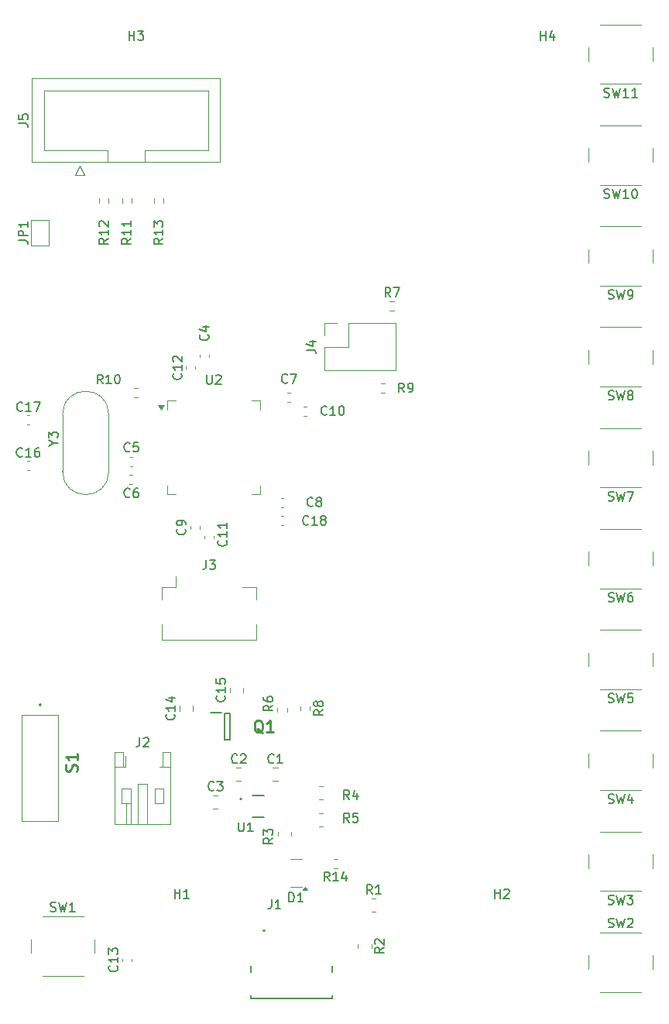
<source format=gbr>
%TF.GenerationSoftware,KiCad,Pcbnew,8.0.6*%
%TF.CreationDate,2024-10-29T14:36:32-05:00*%
%TF.ProjectId,tokenizer,746f6b65-6e69-47a6-9572-2e6b69636164,rev?*%
%TF.SameCoordinates,Original*%
%TF.FileFunction,Legend,Top*%
%TF.FilePolarity,Positive*%
%FSLAX46Y46*%
G04 Gerber Fmt 4.6, Leading zero omitted, Abs format (unit mm)*
G04 Created by KiCad (PCBNEW 8.0.6) date 2024-10-29 14:36:32*
%MOMM*%
%LPD*%
G01*
G04 APERTURE LIST*
%ADD10C,0.150000*%
%ADD11C,0.254000*%
%ADD12C,0.120000*%
%ADD13C,0.100000*%
%ADD14C,0.200000*%
%ADD15C,0.152400*%
G04 APERTURE END LIST*
D10*
X111666667Y-92768315D02*
X111809524Y-92815934D01*
X111809524Y-92815934D02*
X112047619Y-92815934D01*
X112047619Y-92815934D02*
X112142857Y-92768315D01*
X112142857Y-92768315D02*
X112190476Y-92720695D01*
X112190476Y-92720695D02*
X112238095Y-92625457D01*
X112238095Y-92625457D02*
X112238095Y-92530219D01*
X112238095Y-92530219D02*
X112190476Y-92434981D01*
X112190476Y-92434981D02*
X112142857Y-92387362D01*
X112142857Y-92387362D02*
X112047619Y-92339743D01*
X112047619Y-92339743D02*
X111857143Y-92292124D01*
X111857143Y-92292124D02*
X111761905Y-92244505D01*
X111761905Y-92244505D02*
X111714286Y-92196886D01*
X111714286Y-92196886D02*
X111666667Y-92101648D01*
X111666667Y-92101648D02*
X111666667Y-92006410D01*
X111666667Y-92006410D02*
X111714286Y-91911172D01*
X111714286Y-91911172D02*
X111761905Y-91863553D01*
X111761905Y-91863553D02*
X111857143Y-91815934D01*
X111857143Y-91815934D02*
X112095238Y-91815934D01*
X112095238Y-91815934D02*
X112238095Y-91863553D01*
X112571429Y-91815934D02*
X112809524Y-92815934D01*
X112809524Y-92815934D02*
X113000000Y-92101648D01*
X113000000Y-92101648D02*
X113190476Y-92815934D01*
X113190476Y-92815934D02*
X113428572Y-91815934D01*
X113714286Y-91815934D02*
X114380952Y-91815934D01*
X114380952Y-91815934D02*
X113952381Y-92815934D01*
X111666667Y-125851646D02*
X111809524Y-125899265D01*
X111809524Y-125899265D02*
X112047619Y-125899265D01*
X112047619Y-125899265D02*
X112142857Y-125851646D01*
X112142857Y-125851646D02*
X112190476Y-125804026D01*
X112190476Y-125804026D02*
X112238095Y-125708788D01*
X112238095Y-125708788D02*
X112238095Y-125613550D01*
X112238095Y-125613550D02*
X112190476Y-125518312D01*
X112190476Y-125518312D02*
X112142857Y-125470693D01*
X112142857Y-125470693D02*
X112047619Y-125423074D01*
X112047619Y-125423074D02*
X111857143Y-125375455D01*
X111857143Y-125375455D02*
X111761905Y-125327836D01*
X111761905Y-125327836D02*
X111714286Y-125280217D01*
X111714286Y-125280217D02*
X111666667Y-125184979D01*
X111666667Y-125184979D02*
X111666667Y-125089741D01*
X111666667Y-125089741D02*
X111714286Y-124994503D01*
X111714286Y-124994503D02*
X111761905Y-124946884D01*
X111761905Y-124946884D02*
X111857143Y-124899265D01*
X111857143Y-124899265D02*
X112095238Y-124899265D01*
X112095238Y-124899265D02*
X112238095Y-124946884D01*
X112571429Y-124899265D02*
X112809524Y-125899265D01*
X112809524Y-125899265D02*
X113000000Y-125184979D01*
X113000000Y-125184979D02*
X113190476Y-125899265D01*
X113190476Y-125899265D02*
X113428572Y-124899265D01*
X114238095Y-125232598D02*
X114238095Y-125899265D01*
X114000000Y-124851646D02*
X113761905Y-125565931D01*
X113761905Y-125565931D02*
X114380952Y-125565931D01*
X111666667Y-136879423D02*
X111809524Y-136927042D01*
X111809524Y-136927042D02*
X112047619Y-136927042D01*
X112047619Y-136927042D02*
X112142857Y-136879423D01*
X112142857Y-136879423D02*
X112190476Y-136831803D01*
X112190476Y-136831803D02*
X112238095Y-136736565D01*
X112238095Y-136736565D02*
X112238095Y-136641327D01*
X112238095Y-136641327D02*
X112190476Y-136546089D01*
X112190476Y-136546089D02*
X112142857Y-136498470D01*
X112142857Y-136498470D02*
X112047619Y-136450851D01*
X112047619Y-136450851D02*
X111857143Y-136403232D01*
X111857143Y-136403232D02*
X111761905Y-136355613D01*
X111761905Y-136355613D02*
X111714286Y-136307994D01*
X111714286Y-136307994D02*
X111666667Y-136212756D01*
X111666667Y-136212756D02*
X111666667Y-136117518D01*
X111666667Y-136117518D02*
X111714286Y-136022280D01*
X111714286Y-136022280D02*
X111761905Y-135974661D01*
X111761905Y-135974661D02*
X111857143Y-135927042D01*
X111857143Y-135927042D02*
X112095238Y-135927042D01*
X112095238Y-135927042D02*
X112238095Y-135974661D01*
X112571429Y-135927042D02*
X112809524Y-136927042D01*
X112809524Y-136927042D02*
X113000000Y-136212756D01*
X113000000Y-136212756D02*
X113190476Y-136927042D01*
X113190476Y-136927042D02*
X113428572Y-135927042D01*
X113714286Y-135927042D02*
X114333333Y-135927042D01*
X114333333Y-135927042D02*
X114000000Y-136307994D01*
X114000000Y-136307994D02*
X114142857Y-136307994D01*
X114142857Y-136307994D02*
X114238095Y-136355613D01*
X114238095Y-136355613D02*
X114285714Y-136403232D01*
X114285714Y-136403232D02*
X114333333Y-136498470D01*
X114333333Y-136498470D02*
X114333333Y-136736565D01*
X114333333Y-136736565D02*
X114285714Y-136831803D01*
X114285714Y-136831803D02*
X114238095Y-136879423D01*
X114238095Y-136879423D02*
X114142857Y-136927042D01*
X114142857Y-136927042D02*
X113857143Y-136927042D01*
X113857143Y-136927042D02*
X113761905Y-136879423D01*
X113761905Y-136879423D02*
X113714286Y-136831803D01*
X47154819Y-64333333D02*
X47869104Y-64333333D01*
X47869104Y-64333333D02*
X48011961Y-64380952D01*
X48011961Y-64380952D02*
X48107200Y-64476190D01*
X48107200Y-64476190D02*
X48154819Y-64619047D01*
X48154819Y-64619047D02*
X48154819Y-64714285D01*
X48154819Y-63857142D02*
X47154819Y-63857142D01*
X47154819Y-63857142D02*
X47154819Y-63476190D01*
X47154819Y-63476190D02*
X47202438Y-63380952D01*
X47202438Y-63380952D02*
X47250057Y-63333333D01*
X47250057Y-63333333D02*
X47345295Y-63285714D01*
X47345295Y-63285714D02*
X47488152Y-63285714D01*
X47488152Y-63285714D02*
X47583390Y-63333333D01*
X47583390Y-63333333D02*
X47631009Y-63380952D01*
X47631009Y-63380952D02*
X47678628Y-63476190D01*
X47678628Y-63476190D02*
X47678628Y-63857142D01*
X48154819Y-62333333D02*
X48154819Y-62904761D01*
X48154819Y-62619047D02*
X47154819Y-62619047D01*
X47154819Y-62619047D02*
X47297676Y-62714285D01*
X47297676Y-62714285D02*
X47392914Y-62809523D01*
X47392914Y-62809523D02*
X47440533Y-62904761D01*
X74954819Y-129666666D02*
X74478628Y-129999999D01*
X74954819Y-130238094D02*
X73954819Y-130238094D01*
X73954819Y-130238094D02*
X73954819Y-129857142D01*
X73954819Y-129857142D02*
X74002438Y-129761904D01*
X74002438Y-129761904D02*
X74050057Y-129714285D01*
X74050057Y-129714285D02*
X74145295Y-129666666D01*
X74145295Y-129666666D02*
X74288152Y-129666666D01*
X74288152Y-129666666D02*
X74383390Y-129714285D01*
X74383390Y-129714285D02*
X74431009Y-129761904D01*
X74431009Y-129761904D02*
X74478628Y-129857142D01*
X74478628Y-129857142D02*
X74478628Y-130238094D01*
X73954819Y-129333332D02*
X73954819Y-128714285D01*
X73954819Y-128714285D02*
X74335771Y-129047618D01*
X74335771Y-129047618D02*
X74335771Y-128904761D01*
X74335771Y-128904761D02*
X74383390Y-128809523D01*
X74383390Y-128809523D02*
X74431009Y-128761904D01*
X74431009Y-128761904D02*
X74526247Y-128714285D01*
X74526247Y-128714285D02*
X74764342Y-128714285D01*
X74764342Y-128714285D02*
X74859580Y-128761904D01*
X74859580Y-128761904D02*
X74907200Y-128809523D01*
X74907200Y-128809523D02*
X74954819Y-128904761D01*
X74954819Y-128904761D02*
X74954819Y-129190475D01*
X74954819Y-129190475D02*
X74907200Y-129285713D01*
X74907200Y-129285713D02*
X74859580Y-129333332D01*
X111666667Y-139407200D02*
X111809524Y-139454819D01*
X111809524Y-139454819D02*
X112047619Y-139454819D01*
X112047619Y-139454819D02*
X112142857Y-139407200D01*
X112142857Y-139407200D02*
X112190476Y-139359580D01*
X112190476Y-139359580D02*
X112238095Y-139264342D01*
X112238095Y-139264342D02*
X112238095Y-139169104D01*
X112238095Y-139169104D02*
X112190476Y-139073866D01*
X112190476Y-139073866D02*
X112142857Y-139026247D01*
X112142857Y-139026247D02*
X112047619Y-138978628D01*
X112047619Y-138978628D02*
X111857143Y-138931009D01*
X111857143Y-138931009D02*
X111761905Y-138883390D01*
X111761905Y-138883390D02*
X111714286Y-138835771D01*
X111714286Y-138835771D02*
X111666667Y-138740533D01*
X111666667Y-138740533D02*
X111666667Y-138645295D01*
X111666667Y-138645295D02*
X111714286Y-138550057D01*
X111714286Y-138550057D02*
X111761905Y-138502438D01*
X111761905Y-138502438D02*
X111857143Y-138454819D01*
X111857143Y-138454819D02*
X112095238Y-138454819D01*
X112095238Y-138454819D02*
X112238095Y-138502438D01*
X112571429Y-138454819D02*
X112809524Y-139454819D01*
X112809524Y-139454819D02*
X113000000Y-138740533D01*
X113000000Y-138740533D02*
X113190476Y-139454819D01*
X113190476Y-139454819D02*
X113428572Y-138454819D01*
X113761905Y-138550057D02*
X113809524Y-138502438D01*
X113809524Y-138502438D02*
X113904762Y-138454819D01*
X113904762Y-138454819D02*
X114142857Y-138454819D01*
X114142857Y-138454819D02*
X114238095Y-138502438D01*
X114238095Y-138502438D02*
X114285714Y-138550057D01*
X114285714Y-138550057D02*
X114333333Y-138645295D01*
X114333333Y-138645295D02*
X114333333Y-138740533D01*
X114333333Y-138740533D02*
X114285714Y-138883390D01*
X114285714Y-138883390D02*
X113714286Y-139454819D01*
X113714286Y-139454819D02*
X114333333Y-139454819D01*
X64238095Y-136254819D02*
X64238095Y-135254819D01*
X64238095Y-135731009D02*
X64809523Y-135731009D01*
X64809523Y-136254819D02*
X64809523Y-135254819D01*
X65809523Y-136254819D02*
X65238095Y-136254819D01*
X65523809Y-136254819D02*
X65523809Y-135254819D01*
X65523809Y-135254819D02*
X65428571Y-135397676D01*
X65428571Y-135397676D02*
X65333333Y-135492914D01*
X65333333Y-135492914D02*
X65238095Y-135540533D01*
X59333333Y-87359580D02*
X59285714Y-87407200D01*
X59285714Y-87407200D02*
X59142857Y-87454819D01*
X59142857Y-87454819D02*
X59047619Y-87454819D01*
X59047619Y-87454819D02*
X58904762Y-87407200D01*
X58904762Y-87407200D02*
X58809524Y-87311961D01*
X58809524Y-87311961D02*
X58761905Y-87216723D01*
X58761905Y-87216723D02*
X58714286Y-87026247D01*
X58714286Y-87026247D02*
X58714286Y-86883390D01*
X58714286Y-86883390D02*
X58761905Y-86692914D01*
X58761905Y-86692914D02*
X58809524Y-86597676D01*
X58809524Y-86597676D02*
X58904762Y-86502438D01*
X58904762Y-86502438D02*
X59047619Y-86454819D01*
X59047619Y-86454819D02*
X59142857Y-86454819D01*
X59142857Y-86454819D02*
X59285714Y-86502438D01*
X59285714Y-86502438D02*
X59333333Y-86550057D01*
X60238095Y-86454819D02*
X59761905Y-86454819D01*
X59761905Y-86454819D02*
X59714286Y-86931009D01*
X59714286Y-86931009D02*
X59761905Y-86883390D01*
X59761905Y-86883390D02*
X59857143Y-86835771D01*
X59857143Y-86835771D02*
X60095238Y-86835771D01*
X60095238Y-86835771D02*
X60190476Y-86883390D01*
X60190476Y-86883390D02*
X60238095Y-86931009D01*
X60238095Y-86931009D02*
X60285714Y-87026247D01*
X60285714Y-87026247D02*
X60285714Y-87264342D01*
X60285714Y-87264342D02*
X60238095Y-87359580D01*
X60238095Y-87359580D02*
X60190476Y-87407200D01*
X60190476Y-87407200D02*
X60095238Y-87454819D01*
X60095238Y-87454819D02*
X59857143Y-87454819D01*
X59857143Y-87454819D02*
X59761905Y-87407200D01*
X59761905Y-87407200D02*
X59714286Y-87359580D01*
X87104819Y-141666666D02*
X86628628Y-141999999D01*
X87104819Y-142238094D02*
X86104819Y-142238094D01*
X86104819Y-142238094D02*
X86104819Y-141857142D01*
X86104819Y-141857142D02*
X86152438Y-141761904D01*
X86152438Y-141761904D02*
X86200057Y-141714285D01*
X86200057Y-141714285D02*
X86295295Y-141666666D01*
X86295295Y-141666666D02*
X86438152Y-141666666D01*
X86438152Y-141666666D02*
X86533390Y-141714285D01*
X86533390Y-141714285D02*
X86581009Y-141761904D01*
X86581009Y-141761904D02*
X86628628Y-141857142D01*
X86628628Y-141857142D02*
X86628628Y-142238094D01*
X86200057Y-141285713D02*
X86152438Y-141238094D01*
X86152438Y-141238094D02*
X86104819Y-141142856D01*
X86104819Y-141142856D02*
X86104819Y-140904761D01*
X86104819Y-140904761D02*
X86152438Y-140809523D01*
X86152438Y-140809523D02*
X86200057Y-140761904D01*
X86200057Y-140761904D02*
X86295295Y-140714285D01*
X86295295Y-140714285D02*
X86390533Y-140714285D01*
X86390533Y-140714285D02*
X86533390Y-140761904D01*
X86533390Y-140761904D02*
X87104819Y-141333332D01*
X87104819Y-141333332D02*
X87104819Y-140714285D01*
X78857142Y-95359580D02*
X78809523Y-95407200D01*
X78809523Y-95407200D02*
X78666666Y-95454819D01*
X78666666Y-95454819D02*
X78571428Y-95454819D01*
X78571428Y-95454819D02*
X78428571Y-95407200D01*
X78428571Y-95407200D02*
X78333333Y-95311961D01*
X78333333Y-95311961D02*
X78285714Y-95216723D01*
X78285714Y-95216723D02*
X78238095Y-95026247D01*
X78238095Y-95026247D02*
X78238095Y-94883390D01*
X78238095Y-94883390D02*
X78285714Y-94692914D01*
X78285714Y-94692914D02*
X78333333Y-94597676D01*
X78333333Y-94597676D02*
X78428571Y-94502438D01*
X78428571Y-94502438D02*
X78571428Y-94454819D01*
X78571428Y-94454819D02*
X78666666Y-94454819D01*
X78666666Y-94454819D02*
X78809523Y-94502438D01*
X78809523Y-94502438D02*
X78857142Y-94550057D01*
X79809523Y-95454819D02*
X79238095Y-95454819D01*
X79523809Y-95454819D02*
X79523809Y-94454819D01*
X79523809Y-94454819D02*
X79428571Y-94597676D01*
X79428571Y-94597676D02*
X79333333Y-94692914D01*
X79333333Y-94692914D02*
X79238095Y-94740533D01*
X80380952Y-94883390D02*
X80285714Y-94835771D01*
X80285714Y-94835771D02*
X80238095Y-94788152D01*
X80238095Y-94788152D02*
X80190476Y-94692914D01*
X80190476Y-94692914D02*
X80190476Y-94645295D01*
X80190476Y-94645295D02*
X80238095Y-94550057D01*
X80238095Y-94550057D02*
X80285714Y-94502438D01*
X80285714Y-94502438D02*
X80380952Y-94454819D01*
X80380952Y-94454819D02*
X80571428Y-94454819D01*
X80571428Y-94454819D02*
X80666666Y-94502438D01*
X80666666Y-94502438D02*
X80714285Y-94550057D01*
X80714285Y-94550057D02*
X80761904Y-94645295D01*
X80761904Y-94645295D02*
X80761904Y-94692914D01*
X80761904Y-94692914D02*
X80714285Y-94788152D01*
X80714285Y-94788152D02*
X80666666Y-94835771D01*
X80666666Y-94835771D02*
X80571428Y-94883390D01*
X80571428Y-94883390D02*
X80380952Y-94883390D01*
X80380952Y-94883390D02*
X80285714Y-94931009D01*
X80285714Y-94931009D02*
X80238095Y-94978628D01*
X80238095Y-94978628D02*
X80190476Y-95073866D01*
X80190476Y-95073866D02*
X80190476Y-95264342D01*
X80190476Y-95264342D02*
X80238095Y-95359580D01*
X80238095Y-95359580D02*
X80285714Y-95407200D01*
X80285714Y-95407200D02*
X80380952Y-95454819D01*
X80380952Y-95454819D02*
X80571428Y-95454819D01*
X80571428Y-95454819D02*
X80666666Y-95407200D01*
X80666666Y-95407200D02*
X80714285Y-95359580D01*
X80714285Y-95359580D02*
X80761904Y-95264342D01*
X80761904Y-95264342D02*
X80761904Y-95073866D01*
X80761904Y-95073866D02*
X80714285Y-94978628D01*
X80714285Y-94978628D02*
X80666666Y-94931009D01*
X80666666Y-94931009D02*
X80571428Y-94883390D01*
X50978628Y-86476190D02*
X51454819Y-86476190D01*
X50454819Y-86809523D02*
X50978628Y-86476190D01*
X50978628Y-86476190D02*
X50454819Y-86142857D01*
X50454819Y-85904761D02*
X50454819Y-85285714D01*
X50454819Y-85285714D02*
X50835771Y-85619047D01*
X50835771Y-85619047D02*
X50835771Y-85476190D01*
X50835771Y-85476190D02*
X50883390Y-85380952D01*
X50883390Y-85380952D02*
X50931009Y-85333333D01*
X50931009Y-85333333D02*
X51026247Y-85285714D01*
X51026247Y-85285714D02*
X51264342Y-85285714D01*
X51264342Y-85285714D02*
X51359580Y-85333333D01*
X51359580Y-85333333D02*
X51407200Y-85380952D01*
X51407200Y-85380952D02*
X51454819Y-85476190D01*
X51454819Y-85476190D02*
X51454819Y-85761904D01*
X51454819Y-85761904D02*
X51407200Y-85857142D01*
X51407200Y-85857142D02*
X51359580Y-85904761D01*
X81182142Y-134384819D02*
X80848809Y-133908628D01*
X80610714Y-134384819D02*
X80610714Y-133384819D01*
X80610714Y-133384819D02*
X80991666Y-133384819D01*
X80991666Y-133384819D02*
X81086904Y-133432438D01*
X81086904Y-133432438D02*
X81134523Y-133480057D01*
X81134523Y-133480057D02*
X81182142Y-133575295D01*
X81182142Y-133575295D02*
X81182142Y-133718152D01*
X81182142Y-133718152D02*
X81134523Y-133813390D01*
X81134523Y-133813390D02*
X81086904Y-133861009D01*
X81086904Y-133861009D02*
X80991666Y-133908628D01*
X80991666Y-133908628D02*
X80610714Y-133908628D01*
X82134523Y-134384819D02*
X81563095Y-134384819D01*
X81848809Y-134384819D02*
X81848809Y-133384819D01*
X81848809Y-133384819D02*
X81753571Y-133527676D01*
X81753571Y-133527676D02*
X81658333Y-133622914D01*
X81658333Y-133622914D02*
X81563095Y-133670533D01*
X82991666Y-133718152D02*
X82991666Y-134384819D01*
X82753571Y-133337200D02*
X82515476Y-134051485D01*
X82515476Y-134051485D02*
X83134523Y-134051485D01*
X111190476Y-48657200D02*
X111333333Y-48704819D01*
X111333333Y-48704819D02*
X111571428Y-48704819D01*
X111571428Y-48704819D02*
X111666666Y-48657200D01*
X111666666Y-48657200D02*
X111714285Y-48609580D01*
X111714285Y-48609580D02*
X111761904Y-48514342D01*
X111761904Y-48514342D02*
X111761904Y-48419104D01*
X111761904Y-48419104D02*
X111714285Y-48323866D01*
X111714285Y-48323866D02*
X111666666Y-48276247D01*
X111666666Y-48276247D02*
X111571428Y-48228628D01*
X111571428Y-48228628D02*
X111380952Y-48181009D01*
X111380952Y-48181009D02*
X111285714Y-48133390D01*
X111285714Y-48133390D02*
X111238095Y-48085771D01*
X111238095Y-48085771D02*
X111190476Y-47990533D01*
X111190476Y-47990533D02*
X111190476Y-47895295D01*
X111190476Y-47895295D02*
X111238095Y-47800057D01*
X111238095Y-47800057D02*
X111285714Y-47752438D01*
X111285714Y-47752438D02*
X111380952Y-47704819D01*
X111380952Y-47704819D02*
X111619047Y-47704819D01*
X111619047Y-47704819D02*
X111761904Y-47752438D01*
X112095238Y-47704819D02*
X112333333Y-48704819D01*
X112333333Y-48704819D02*
X112523809Y-47990533D01*
X112523809Y-47990533D02*
X112714285Y-48704819D01*
X112714285Y-48704819D02*
X112952381Y-47704819D01*
X113857142Y-48704819D02*
X113285714Y-48704819D01*
X113571428Y-48704819D02*
X113571428Y-47704819D01*
X113571428Y-47704819D02*
X113476190Y-47847676D01*
X113476190Y-47847676D02*
X113380952Y-47942914D01*
X113380952Y-47942914D02*
X113285714Y-47990533D01*
X114809523Y-48704819D02*
X114238095Y-48704819D01*
X114523809Y-48704819D02*
X114523809Y-47704819D01*
X114523809Y-47704819D02*
X114428571Y-47847676D01*
X114428571Y-47847676D02*
X114333333Y-47942914D01*
X114333333Y-47942914D02*
X114238095Y-47990533D01*
X83333333Y-125454819D02*
X83000000Y-124978628D01*
X82761905Y-125454819D02*
X82761905Y-124454819D01*
X82761905Y-124454819D02*
X83142857Y-124454819D01*
X83142857Y-124454819D02*
X83238095Y-124502438D01*
X83238095Y-124502438D02*
X83285714Y-124550057D01*
X83285714Y-124550057D02*
X83333333Y-124645295D01*
X83333333Y-124645295D02*
X83333333Y-124788152D01*
X83333333Y-124788152D02*
X83285714Y-124883390D01*
X83285714Y-124883390D02*
X83238095Y-124931009D01*
X83238095Y-124931009D02*
X83142857Y-124978628D01*
X83142857Y-124978628D02*
X82761905Y-124978628D01*
X84190476Y-124788152D02*
X84190476Y-125454819D01*
X83952381Y-124407200D02*
X83714286Y-125121485D01*
X83714286Y-125121485D02*
X84333333Y-125121485D01*
X78659819Y-76313333D02*
X79374104Y-76313333D01*
X79374104Y-76313333D02*
X79516961Y-76360952D01*
X79516961Y-76360952D02*
X79612200Y-76456190D01*
X79612200Y-76456190D02*
X79659819Y-76599047D01*
X79659819Y-76599047D02*
X79659819Y-76694285D01*
X78993152Y-75408571D02*
X79659819Y-75408571D01*
X78612200Y-75646666D02*
X79326485Y-75884761D01*
X79326485Y-75884761D02*
X79326485Y-75265714D01*
X80454819Y-115666666D02*
X79978628Y-115999999D01*
X80454819Y-116238094D02*
X79454819Y-116238094D01*
X79454819Y-116238094D02*
X79454819Y-115857142D01*
X79454819Y-115857142D02*
X79502438Y-115761904D01*
X79502438Y-115761904D02*
X79550057Y-115714285D01*
X79550057Y-115714285D02*
X79645295Y-115666666D01*
X79645295Y-115666666D02*
X79788152Y-115666666D01*
X79788152Y-115666666D02*
X79883390Y-115714285D01*
X79883390Y-115714285D02*
X79931009Y-115761904D01*
X79931009Y-115761904D02*
X79978628Y-115857142D01*
X79978628Y-115857142D02*
X79978628Y-116238094D01*
X79883390Y-115095237D02*
X79835771Y-115190475D01*
X79835771Y-115190475D02*
X79788152Y-115238094D01*
X79788152Y-115238094D02*
X79692914Y-115285713D01*
X79692914Y-115285713D02*
X79645295Y-115285713D01*
X79645295Y-115285713D02*
X79550057Y-115238094D01*
X79550057Y-115238094D02*
X79502438Y-115190475D01*
X79502438Y-115190475D02*
X79454819Y-115095237D01*
X79454819Y-115095237D02*
X79454819Y-114904761D01*
X79454819Y-114904761D02*
X79502438Y-114809523D01*
X79502438Y-114809523D02*
X79550057Y-114761904D01*
X79550057Y-114761904D02*
X79645295Y-114714285D01*
X79645295Y-114714285D02*
X79692914Y-114714285D01*
X79692914Y-114714285D02*
X79788152Y-114761904D01*
X79788152Y-114761904D02*
X79835771Y-114809523D01*
X79835771Y-114809523D02*
X79883390Y-114904761D01*
X79883390Y-114904761D02*
X79883390Y-115095237D01*
X79883390Y-115095237D02*
X79931009Y-115190475D01*
X79931009Y-115190475D02*
X79978628Y-115238094D01*
X79978628Y-115238094D02*
X80073866Y-115285713D01*
X80073866Y-115285713D02*
X80264342Y-115285713D01*
X80264342Y-115285713D02*
X80359580Y-115238094D01*
X80359580Y-115238094D02*
X80407200Y-115190475D01*
X80407200Y-115190475D02*
X80454819Y-115095237D01*
X80454819Y-115095237D02*
X80454819Y-114904761D01*
X80454819Y-114904761D02*
X80407200Y-114809523D01*
X80407200Y-114809523D02*
X80359580Y-114761904D01*
X80359580Y-114761904D02*
X80264342Y-114714285D01*
X80264342Y-114714285D02*
X80073866Y-114714285D01*
X80073866Y-114714285D02*
X79978628Y-114761904D01*
X79978628Y-114761904D02*
X79931009Y-114809523D01*
X79931009Y-114809523D02*
X79883390Y-114904761D01*
X67666666Y-99304819D02*
X67666666Y-100019104D01*
X67666666Y-100019104D02*
X67619047Y-100161961D01*
X67619047Y-100161961D02*
X67523809Y-100257200D01*
X67523809Y-100257200D02*
X67380952Y-100304819D01*
X67380952Y-100304819D02*
X67285714Y-100304819D01*
X68047619Y-99304819D02*
X68666666Y-99304819D01*
X68666666Y-99304819D02*
X68333333Y-99685771D01*
X68333333Y-99685771D02*
X68476190Y-99685771D01*
X68476190Y-99685771D02*
X68571428Y-99733390D01*
X68571428Y-99733390D02*
X68619047Y-99781009D01*
X68619047Y-99781009D02*
X68666666Y-99876247D01*
X68666666Y-99876247D02*
X68666666Y-100114342D01*
X68666666Y-100114342D02*
X68619047Y-100209580D01*
X68619047Y-100209580D02*
X68571428Y-100257200D01*
X68571428Y-100257200D02*
X68476190Y-100304819D01*
X68476190Y-100304819D02*
X68190476Y-100304819D01*
X68190476Y-100304819D02*
X68095238Y-100257200D01*
X68095238Y-100257200D02*
X68047619Y-100209580D01*
X80857142Y-83359580D02*
X80809523Y-83407200D01*
X80809523Y-83407200D02*
X80666666Y-83454819D01*
X80666666Y-83454819D02*
X80571428Y-83454819D01*
X80571428Y-83454819D02*
X80428571Y-83407200D01*
X80428571Y-83407200D02*
X80333333Y-83311961D01*
X80333333Y-83311961D02*
X80285714Y-83216723D01*
X80285714Y-83216723D02*
X80238095Y-83026247D01*
X80238095Y-83026247D02*
X80238095Y-82883390D01*
X80238095Y-82883390D02*
X80285714Y-82692914D01*
X80285714Y-82692914D02*
X80333333Y-82597676D01*
X80333333Y-82597676D02*
X80428571Y-82502438D01*
X80428571Y-82502438D02*
X80571428Y-82454819D01*
X80571428Y-82454819D02*
X80666666Y-82454819D01*
X80666666Y-82454819D02*
X80809523Y-82502438D01*
X80809523Y-82502438D02*
X80857142Y-82550057D01*
X81809523Y-83454819D02*
X81238095Y-83454819D01*
X81523809Y-83454819D02*
X81523809Y-82454819D01*
X81523809Y-82454819D02*
X81428571Y-82597676D01*
X81428571Y-82597676D02*
X81333333Y-82692914D01*
X81333333Y-82692914D02*
X81238095Y-82740533D01*
X82428571Y-82454819D02*
X82523809Y-82454819D01*
X82523809Y-82454819D02*
X82619047Y-82502438D01*
X82619047Y-82502438D02*
X82666666Y-82550057D01*
X82666666Y-82550057D02*
X82714285Y-82645295D01*
X82714285Y-82645295D02*
X82761904Y-82835771D01*
X82761904Y-82835771D02*
X82761904Y-83073866D01*
X82761904Y-83073866D02*
X82714285Y-83264342D01*
X82714285Y-83264342D02*
X82666666Y-83359580D01*
X82666666Y-83359580D02*
X82619047Y-83407200D01*
X82619047Y-83407200D02*
X82523809Y-83454819D01*
X82523809Y-83454819D02*
X82428571Y-83454819D01*
X82428571Y-83454819D02*
X82333333Y-83407200D01*
X82333333Y-83407200D02*
X82285714Y-83359580D01*
X82285714Y-83359580D02*
X82238095Y-83264342D01*
X82238095Y-83264342D02*
X82190476Y-83073866D01*
X82190476Y-83073866D02*
X82190476Y-82835771D01*
X82190476Y-82835771D02*
X82238095Y-82645295D01*
X82238095Y-82645295D02*
X82285714Y-82550057D01*
X82285714Y-82550057D02*
X82333333Y-82502438D01*
X82333333Y-82502438D02*
X82428571Y-82454819D01*
X57929580Y-143642857D02*
X57977200Y-143690476D01*
X57977200Y-143690476D02*
X58024819Y-143833333D01*
X58024819Y-143833333D02*
X58024819Y-143928571D01*
X58024819Y-143928571D02*
X57977200Y-144071428D01*
X57977200Y-144071428D02*
X57881961Y-144166666D01*
X57881961Y-144166666D02*
X57786723Y-144214285D01*
X57786723Y-144214285D02*
X57596247Y-144261904D01*
X57596247Y-144261904D02*
X57453390Y-144261904D01*
X57453390Y-144261904D02*
X57262914Y-144214285D01*
X57262914Y-144214285D02*
X57167676Y-144166666D01*
X57167676Y-144166666D02*
X57072438Y-144071428D01*
X57072438Y-144071428D02*
X57024819Y-143928571D01*
X57024819Y-143928571D02*
X57024819Y-143833333D01*
X57024819Y-143833333D02*
X57072438Y-143690476D01*
X57072438Y-143690476D02*
X57120057Y-143642857D01*
X58024819Y-142690476D02*
X58024819Y-143261904D01*
X58024819Y-142976190D02*
X57024819Y-142976190D01*
X57024819Y-142976190D02*
X57167676Y-143071428D01*
X57167676Y-143071428D02*
X57262914Y-143166666D01*
X57262914Y-143166666D02*
X57310533Y-143261904D01*
X57024819Y-142357142D02*
X57024819Y-141738095D01*
X57024819Y-141738095D02*
X57405771Y-142071428D01*
X57405771Y-142071428D02*
X57405771Y-141928571D01*
X57405771Y-141928571D02*
X57453390Y-141833333D01*
X57453390Y-141833333D02*
X57501009Y-141785714D01*
X57501009Y-141785714D02*
X57596247Y-141738095D01*
X57596247Y-141738095D02*
X57834342Y-141738095D01*
X57834342Y-141738095D02*
X57929580Y-141785714D01*
X57929580Y-141785714D02*
X57977200Y-141833333D01*
X57977200Y-141833333D02*
X58024819Y-141928571D01*
X58024819Y-141928571D02*
X58024819Y-142214285D01*
X58024819Y-142214285D02*
X57977200Y-142309523D01*
X57977200Y-142309523D02*
X57929580Y-142357142D01*
X76741905Y-136654819D02*
X76741905Y-135654819D01*
X76741905Y-135654819D02*
X76980000Y-135654819D01*
X76980000Y-135654819D02*
X77122857Y-135702438D01*
X77122857Y-135702438D02*
X77218095Y-135797676D01*
X77218095Y-135797676D02*
X77265714Y-135892914D01*
X77265714Y-135892914D02*
X77313333Y-136083390D01*
X77313333Y-136083390D02*
X77313333Y-136226247D01*
X77313333Y-136226247D02*
X77265714Y-136416723D01*
X77265714Y-136416723D02*
X77218095Y-136511961D01*
X77218095Y-136511961D02*
X77122857Y-136607200D01*
X77122857Y-136607200D02*
X76980000Y-136654819D01*
X76980000Y-136654819D02*
X76741905Y-136654819D01*
X78265714Y-136654819D02*
X77694286Y-136654819D01*
X77980000Y-136654819D02*
X77980000Y-135654819D01*
X77980000Y-135654819D02*
X77884762Y-135797676D01*
X77884762Y-135797676D02*
X77789524Y-135892914D01*
X77789524Y-135892914D02*
X77694286Y-135940533D01*
X64179580Y-116142857D02*
X64227200Y-116190476D01*
X64227200Y-116190476D02*
X64274819Y-116333333D01*
X64274819Y-116333333D02*
X64274819Y-116428571D01*
X64274819Y-116428571D02*
X64227200Y-116571428D01*
X64227200Y-116571428D02*
X64131961Y-116666666D01*
X64131961Y-116666666D02*
X64036723Y-116714285D01*
X64036723Y-116714285D02*
X63846247Y-116761904D01*
X63846247Y-116761904D02*
X63703390Y-116761904D01*
X63703390Y-116761904D02*
X63512914Y-116714285D01*
X63512914Y-116714285D02*
X63417676Y-116666666D01*
X63417676Y-116666666D02*
X63322438Y-116571428D01*
X63322438Y-116571428D02*
X63274819Y-116428571D01*
X63274819Y-116428571D02*
X63274819Y-116333333D01*
X63274819Y-116333333D02*
X63322438Y-116190476D01*
X63322438Y-116190476D02*
X63370057Y-116142857D01*
X64274819Y-115190476D02*
X64274819Y-115761904D01*
X64274819Y-115476190D02*
X63274819Y-115476190D01*
X63274819Y-115476190D02*
X63417676Y-115571428D01*
X63417676Y-115571428D02*
X63512914Y-115666666D01*
X63512914Y-115666666D02*
X63560533Y-115761904D01*
X63608152Y-114333333D02*
X64274819Y-114333333D01*
X63227200Y-114571428D02*
X63941485Y-114809523D01*
X63941485Y-114809523D02*
X63941485Y-114190476D01*
X69859580Y-97142857D02*
X69907200Y-97190476D01*
X69907200Y-97190476D02*
X69954819Y-97333333D01*
X69954819Y-97333333D02*
X69954819Y-97428571D01*
X69954819Y-97428571D02*
X69907200Y-97571428D01*
X69907200Y-97571428D02*
X69811961Y-97666666D01*
X69811961Y-97666666D02*
X69716723Y-97714285D01*
X69716723Y-97714285D02*
X69526247Y-97761904D01*
X69526247Y-97761904D02*
X69383390Y-97761904D01*
X69383390Y-97761904D02*
X69192914Y-97714285D01*
X69192914Y-97714285D02*
X69097676Y-97666666D01*
X69097676Y-97666666D02*
X69002438Y-97571428D01*
X69002438Y-97571428D02*
X68954819Y-97428571D01*
X68954819Y-97428571D02*
X68954819Y-97333333D01*
X68954819Y-97333333D02*
X69002438Y-97190476D01*
X69002438Y-97190476D02*
X69050057Y-97142857D01*
X69954819Y-96190476D02*
X69954819Y-96761904D01*
X69954819Y-96476190D02*
X68954819Y-96476190D01*
X68954819Y-96476190D02*
X69097676Y-96571428D01*
X69097676Y-96571428D02*
X69192914Y-96666666D01*
X69192914Y-96666666D02*
X69240533Y-96761904D01*
X69954819Y-95238095D02*
X69954819Y-95809523D01*
X69954819Y-95523809D02*
X68954819Y-95523809D01*
X68954819Y-95523809D02*
X69097676Y-95619047D01*
X69097676Y-95619047D02*
X69192914Y-95714285D01*
X69192914Y-95714285D02*
X69240533Y-95809523D01*
X59333333Y-92359580D02*
X59285714Y-92407200D01*
X59285714Y-92407200D02*
X59142857Y-92454819D01*
X59142857Y-92454819D02*
X59047619Y-92454819D01*
X59047619Y-92454819D02*
X58904762Y-92407200D01*
X58904762Y-92407200D02*
X58809524Y-92311961D01*
X58809524Y-92311961D02*
X58761905Y-92216723D01*
X58761905Y-92216723D02*
X58714286Y-92026247D01*
X58714286Y-92026247D02*
X58714286Y-91883390D01*
X58714286Y-91883390D02*
X58761905Y-91692914D01*
X58761905Y-91692914D02*
X58809524Y-91597676D01*
X58809524Y-91597676D02*
X58904762Y-91502438D01*
X58904762Y-91502438D02*
X59047619Y-91454819D01*
X59047619Y-91454819D02*
X59142857Y-91454819D01*
X59142857Y-91454819D02*
X59285714Y-91502438D01*
X59285714Y-91502438D02*
X59333333Y-91550057D01*
X60190476Y-91454819D02*
X60000000Y-91454819D01*
X60000000Y-91454819D02*
X59904762Y-91502438D01*
X59904762Y-91502438D02*
X59857143Y-91550057D01*
X59857143Y-91550057D02*
X59761905Y-91692914D01*
X59761905Y-91692914D02*
X59714286Y-91883390D01*
X59714286Y-91883390D02*
X59714286Y-92264342D01*
X59714286Y-92264342D02*
X59761905Y-92359580D01*
X59761905Y-92359580D02*
X59809524Y-92407200D01*
X59809524Y-92407200D02*
X59904762Y-92454819D01*
X59904762Y-92454819D02*
X60095238Y-92454819D01*
X60095238Y-92454819D02*
X60190476Y-92407200D01*
X60190476Y-92407200D02*
X60238095Y-92359580D01*
X60238095Y-92359580D02*
X60285714Y-92264342D01*
X60285714Y-92264342D02*
X60285714Y-92026247D01*
X60285714Y-92026247D02*
X60238095Y-91931009D01*
X60238095Y-91931009D02*
X60190476Y-91883390D01*
X60190476Y-91883390D02*
X60095238Y-91835771D01*
X60095238Y-91835771D02*
X59904762Y-91835771D01*
X59904762Y-91835771D02*
X59809524Y-91883390D01*
X59809524Y-91883390D02*
X59761905Y-91931009D01*
X59761905Y-91931009D02*
X59714286Y-92026247D01*
X56357142Y-80024819D02*
X56023809Y-79548628D01*
X55785714Y-80024819D02*
X55785714Y-79024819D01*
X55785714Y-79024819D02*
X56166666Y-79024819D01*
X56166666Y-79024819D02*
X56261904Y-79072438D01*
X56261904Y-79072438D02*
X56309523Y-79120057D01*
X56309523Y-79120057D02*
X56357142Y-79215295D01*
X56357142Y-79215295D02*
X56357142Y-79358152D01*
X56357142Y-79358152D02*
X56309523Y-79453390D01*
X56309523Y-79453390D02*
X56261904Y-79501009D01*
X56261904Y-79501009D02*
X56166666Y-79548628D01*
X56166666Y-79548628D02*
X55785714Y-79548628D01*
X57309523Y-80024819D02*
X56738095Y-80024819D01*
X57023809Y-80024819D02*
X57023809Y-79024819D01*
X57023809Y-79024819D02*
X56928571Y-79167676D01*
X56928571Y-79167676D02*
X56833333Y-79262914D01*
X56833333Y-79262914D02*
X56738095Y-79310533D01*
X57928571Y-79024819D02*
X58023809Y-79024819D01*
X58023809Y-79024819D02*
X58119047Y-79072438D01*
X58119047Y-79072438D02*
X58166666Y-79120057D01*
X58166666Y-79120057D02*
X58214285Y-79215295D01*
X58214285Y-79215295D02*
X58261904Y-79405771D01*
X58261904Y-79405771D02*
X58261904Y-79643866D01*
X58261904Y-79643866D02*
X58214285Y-79834342D01*
X58214285Y-79834342D02*
X58166666Y-79929580D01*
X58166666Y-79929580D02*
X58119047Y-79977200D01*
X58119047Y-79977200D02*
X58023809Y-80024819D01*
X58023809Y-80024819D02*
X57928571Y-80024819D01*
X57928571Y-80024819D02*
X57833333Y-79977200D01*
X57833333Y-79977200D02*
X57785714Y-79929580D01*
X57785714Y-79929580D02*
X57738095Y-79834342D01*
X57738095Y-79834342D02*
X57690476Y-79643866D01*
X57690476Y-79643866D02*
X57690476Y-79405771D01*
X57690476Y-79405771D02*
X57738095Y-79215295D01*
X57738095Y-79215295D02*
X57785714Y-79120057D01*
X57785714Y-79120057D02*
X57833333Y-79072438D01*
X57833333Y-79072438D02*
X57928571Y-79024819D01*
X69679580Y-114142857D02*
X69727200Y-114190476D01*
X69727200Y-114190476D02*
X69774819Y-114333333D01*
X69774819Y-114333333D02*
X69774819Y-114428571D01*
X69774819Y-114428571D02*
X69727200Y-114571428D01*
X69727200Y-114571428D02*
X69631961Y-114666666D01*
X69631961Y-114666666D02*
X69536723Y-114714285D01*
X69536723Y-114714285D02*
X69346247Y-114761904D01*
X69346247Y-114761904D02*
X69203390Y-114761904D01*
X69203390Y-114761904D02*
X69012914Y-114714285D01*
X69012914Y-114714285D02*
X68917676Y-114666666D01*
X68917676Y-114666666D02*
X68822438Y-114571428D01*
X68822438Y-114571428D02*
X68774819Y-114428571D01*
X68774819Y-114428571D02*
X68774819Y-114333333D01*
X68774819Y-114333333D02*
X68822438Y-114190476D01*
X68822438Y-114190476D02*
X68870057Y-114142857D01*
X69774819Y-113190476D02*
X69774819Y-113761904D01*
X69774819Y-113476190D02*
X68774819Y-113476190D01*
X68774819Y-113476190D02*
X68917676Y-113571428D01*
X68917676Y-113571428D02*
X69012914Y-113666666D01*
X69012914Y-113666666D02*
X69060533Y-113761904D01*
X68774819Y-112285714D02*
X68774819Y-112761904D01*
X68774819Y-112761904D02*
X69251009Y-112809523D01*
X69251009Y-112809523D02*
X69203390Y-112761904D01*
X69203390Y-112761904D02*
X69155771Y-112666666D01*
X69155771Y-112666666D02*
X69155771Y-112428571D01*
X69155771Y-112428571D02*
X69203390Y-112333333D01*
X69203390Y-112333333D02*
X69251009Y-112285714D01*
X69251009Y-112285714D02*
X69346247Y-112238095D01*
X69346247Y-112238095D02*
X69584342Y-112238095D01*
X69584342Y-112238095D02*
X69679580Y-112285714D01*
X69679580Y-112285714D02*
X69727200Y-112333333D01*
X69727200Y-112333333D02*
X69774819Y-112428571D01*
X69774819Y-112428571D02*
X69774819Y-112666666D01*
X69774819Y-112666666D02*
X69727200Y-112761904D01*
X69727200Y-112761904D02*
X69679580Y-112809523D01*
X59238095Y-42454819D02*
X59238095Y-41454819D01*
X59238095Y-41931009D02*
X59809523Y-41931009D01*
X59809523Y-42454819D02*
X59809523Y-41454819D01*
X60190476Y-41454819D02*
X60809523Y-41454819D01*
X60809523Y-41454819D02*
X60476190Y-41835771D01*
X60476190Y-41835771D02*
X60619047Y-41835771D01*
X60619047Y-41835771D02*
X60714285Y-41883390D01*
X60714285Y-41883390D02*
X60761904Y-41931009D01*
X60761904Y-41931009D02*
X60809523Y-42026247D01*
X60809523Y-42026247D02*
X60809523Y-42264342D01*
X60809523Y-42264342D02*
X60761904Y-42359580D01*
X60761904Y-42359580D02*
X60714285Y-42407200D01*
X60714285Y-42407200D02*
X60619047Y-42454819D01*
X60619047Y-42454819D02*
X60333333Y-42454819D01*
X60333333Y-42454819D02*
X60238095Y-42407200D01*
X60238095Y-42407200D02*
X60190476Y-42359580D01*
X87833333Y-70524819D02*
X87500000Y-70048628D01*
X87261905Y-70524819D02*
X87261905Y-69524819D01*
X87261905Y-69524819D02*
X87642857Y-69524819D01*
X87642857Y-69524819D02*
X87738095Y-69572438D01*
X87738095Y-69572438D02*
X87785714Y-69620057D01*
X87785714Y-69620057D02*
X87833333Y-69715295D01*
X87833333Y-69715295D02*
X87833333Y-69858152D01*
X87833333Y-69858152D02*
X87785714Y-69953390D01*
X87785714Y-69953390D02*
X87738095Y-70001009D01*
X87738095Y-70001009D02*
X87642857Y-70048628D01*
X87642857Y-70048628D02*
X87261905Y-70048628D01*
X88166667Y-69524819D02*
X88833333Y-69524819D01*
X88833333Y-69524819D02*
X88404762Y-70524819D01*
X65359580Y-95891666D02*
X65407200Y-95939285D01*
X65407200Y-95939285D02*
X65454819Y-96082142D01*
X65454819Y-96082142D02*
X65454819Y-96177380D01*
X65454819Y-96177380D02*
X65407200Y-96320237D01*
X65407200Y-96320237D02*
X65311961Y-96415475D01*
X65311961Y-96415475D02*
X65216723Y-96463094D01*
X65216723Y-96463094D02*
X65026247Y-96510713D01*
X65026247Y-96510713D02*
X64883390Y-96510713D01*
X64883390Y-96510713D02*
X64692914Y-96463094D01*
X64692914Y-96463094D02*
X64597676Y-96415475D01*
X64597676Y-96415475D02*
X64502438Y-96320237D01*
X64502438Y-96320237D02*
X64454819Y-96177380D01*
X64454819Y-96177380D02*
X64454819Y-96082142D01*
X64454819Y-96082142D02*
X64502438Y-95939285D01*
X64502438Y-95939285D02*
X64550057Y-95891666D01*
X65454819Y-95415475D02*
X65454819Y-95224999D01*
X65454819Y-95224999D02*
X65407200Y-95129761D01*
X65407200Y-95129761D02*
X65359580Y-95082142D01*
X65359580Y-95082142D02*
X65216723Y-94986904D01*
X65216723Y-94986904D02*
X65026247Y-94939285D01*
X65026247Y-94939285D02*
X64645295Y-94939285D01*
X64645295Y-94939285D02*
X64550057Y-94986904D01*
X64550057Y-94986904D02*
X64502438Y-95034523D01*
X64502438Y-95034523D02*
X64454819Y-95129761D01*
X64454819Y-95129761D02*
X64454819Y-95320237D01*
X64454819Y-95320237D02*
X64502438Y-95415475D01*
X64502438Y-95415475D02*
X64550057Y-95463094D01*
X64550057Y-95463094D02*
X64645295Y-95510713D01*
X64645295Y-95510713D02*
X64883390Y-95510713D01*
X64883390Y-95510713D02*
X64978628Y-95463094D01*
X64978628Y-95463094D02*
X65026247Y-95415475D01*
X65026247Y-95415475D02*
X65073866Y-95320237D01*
X65073866Y-95320237D02*
X65073866Y-95129761D01*
X65073866Y-95129761D02*
X65026247Y-95034523D01*
X65026247Y-95034523D02*
X64978628Y-94986904D01*
X64978628Y-94986904D02*
X64883390Y-94939285D01*
X111666667Y-70712761D02*
X111809524Y-70760380D01*
X111809524Y-70760380D02*
X112047619Y-70760380D01*
X112047619Y-70760380D02*
X112142857Y-70712761D01*
X112142857Y-70712761D02*
X112190476Y-70665141D01*
X112190476Y-70665141D02*
X112238095Y-70569903D01*
X112238095Y-70569903D02*
X112238095Y-70474665D01*
X112238095Y-70474665D02*
X112190476Y-70379427D01*
X112190476Y-70379427D02*
X112142857Y-70331808D01*
X112142857Y-70331808D02*
X112047619Y-70284189D01*
X112047619Y-70284189D02*
X111857143Y-70236570D01*
X111857143Y-70236570D02*
X111761905Y-70188951D01*
X111761905Y-70188951D02*
X111714286Y-70141332D01*
X111714286Y-70141332D02*
X111666667Y-70046094D01*
X111666667Y-70046094D02*
X111666667Y-69950856D01*
X111666667Y-69950856D02*
X111714286Y-69855618D01*
X111714286Y-69855618D02*
X111761905Y-69807999D01*
X111761905Y-69807999D02*
X111857143Y-69760380D01*
X111857143Y-69760380D02*
X112095238Y-69760380D01*
X112095238Y-69760380D02*
X112238095Y-69807999D01*
X112571429Y-69760380D02*
X112809524Y-70760380D01*
X112809524Y-70760380D02*
X113000000Y-70046094D01*
X113000000Y-70046094D02*
X113190476Y-70760380D01*
X113190476Y-70760380D02*
X113428572Y-69760380D01*
X113857143Y-70760380D02*
X114047619Y-70760380D01*
X114047619Y-70760380D02*
X114142857Y-70712761D01*
X114142857Y-70712761D02*
X114190476Y-70665141D01*
X114190476Y-70665141D02*
X114285714Y-70522284D01*
X114285714Y-70522284D02*
X114333333Y-70331808D01*
X114333333Y-70331808D02*
X114333333Y-69950856D01*
X114333333Y-69950856D02*
X114285714Y-69855618D01*
X114285714Y-69855618D02*
X114238095Y-69807999D01*
X114238095Y-69807999D02*
X114142857Y-69760380D01*
X114142857Y-69760380D02*
X113952381Y-69760380D01*
X113952381Y-69760380D02*
X113857143Y-69807999D01*
X113857143Y-69807999D02*
X113809524Y-69855618D01*
X113809524Y-69855618D02*
X113761905Y-69950856D01*
X113761905Y-69950856D02*
X113761905Y-70188951D01*
X113761905Y-70188951D02*
X113809524Y-70284189D01*
X113809524Y-70284189D02*
X113857143Y-70331808D01*
X113857143Y-70331808D02*
X113952381Y-70379427D01*
X113952381Y-70379427D02*
X114142857Y-70379427D01*
X114142857Y-70379427D02*
X114238095Y-70331808D01*
X114238095Y-70331808D02*
X114285714Y-70284189D01*
X114285714Y-70284189D02*
X114333333Y-70188951D01*
X60406066Y-118677919D02*
X60406066Y-119392204D01*
X60406066Y-119392204D02*
X60358447Y-119535061D01*
X60358447Y-119535061D02*
X60263209Y-119630300D01*
X60263209Y-119630300D02*
X60120352Y-119677919D01*
X60120352Y-119677919D02*
X60025114Y-119677919D01*
X60834638Y-118773157D02*
X60882257Y-118725538D01*
X60882257Y-118725538D02*
X60977495Y-118677919D01*
X60977495Y-118677919D02*
X61215590Y-118677919D01*
X61215590Y-118677919D02*
X61310828Y-118725538D01*
X61310828Y-118725538D02*
X61358447Y-118773157D01*
X61358447Y-118773157D02*
X61406066Y-118868395D01*
X61406066Y-118868395D02*
X61406066Y-118963633D01*
X61406066Y-118963633D02*
X61358447Y-119106490D01*
X61358447Y-119106490D02*
X60787019Y-119677919D01*
X60787019Y-119677919D02*
X61406066Y-119677919D01*
D11*
X53513842Y-122367619D02*
X53574318Y-122186190D01*
X53574318Y-122186190D02*
X53574318Y-121883809D01*
X53574318Y-121883809D02*
X53513842Y-121762857D01*
X53513842Y-121762857D02*
X53453365Y-121702381D01*
X53453365Y-121702381D02*
X53332413Y-121641904D01*
X53332413Y-121641904D02*
X53211461Y-121641904D01*
X53211461Y-121641904D02*
X53090508Y-121702381D01*
X53090508Y-121702381D02*
X53030032Y-121762857D01*
X53030032Y-121762857D02*
X52969556Y-121883809D01*
X52969556Y-121883809D02*
X52909080Y-122125714D01*
X52909080Y-122125714D02*
X52848603Y-122246666D01*
X52848603Y-122246666D02*
X52788127Y-122307143D01*
X52788127Y-122307143D02*
X52667175Y-122367619D01*
X52667175Y-122367619D02*
X52546222Y-122367619D01*
X52546222Y-122367619D02*
X52425270Y-122307143D01*
X52425270Y-122307143D02*
X52364794Y-122246666D01*
X52364794Y-122246666D02*
X52304318Y-122125714D01*
X52304318Y-122125714D02*
X52304318Y-121823333D01*
X52304318Y-121823333D02*
X52364794Y-121641904D01*
X53574318Y-120432380D02*
X53574318Y-121158095D01*
X53574318Y-120795238D02*
X52304318Y-120795238D01*
X52304318Y-120795238D02*
X52485746Y-120916190D01*
X52485746Y-120916190D02*
X52606699Y-121037142D01*
X52606699Y-121037142D02*
X52667175Y-121158095D01*
D10*
X62954819Y-64142857D02*
X62478628Y-64476190D01*
X62954819Y-64714285D02*
X61954819Y-64714285D01*
X61954819Y-64714285D02*
X61954819Y-64333333D01*
X61954819Y-64333333D02*
X62002438Y-64238095D01*
X62002438Y-64238095D02*
X62050057Y-64190476D01*
X62050057Y-64190476D02*
X62145295Y-64142857D01*
X62145295Y-64142857D02*
X62288152Y-64142857D01*
X62288152Y-64142857D02*
X62383390Y-64190476D01*
X62383390Y-64190476D02*
X62431009Y-64238095D01*
X62431009Y-64238095D02*
X62478628Y-64333333D01*
X62478628Y-64333333D02*
X62478628Y-64714285D01*
X62954819Y-63190476D02*
X62954819Y-63761904D01*
X62954819Y-63476190D02*
X61954819Y-63476190D01*
X61954819Y-63476190D02*
X62097676Y-63571428D01*
X62097676Y-63571428D02*
X62192914Y-63666666D01*
X62192914Y-63666666D02*
X62240533Y-63761904D01*
X61954819Y-62857142D02*
X61954819Y-62238095D01*
X61954819Y-62238095D02*
X62335771Y-62571428D01*
X62335771Y-62571428D02*
X62335771Y-62428571D01*
X62335771Y-62428571D02*
X62383390Y-62333333D01*
X62383390Y-62333333D02*
X62431009Y-62285714D01*
X62431009Y-62285714D02*
X62526247Y-62238095D01*
X62526247Y-62238095D02*
X62764342Y-62238095D01*
X62764342Y-62238095D02*
X62859580Y-62285714D01*
X62859580Y-62285714D02*
X62907200Y-62333333D01*
X62907200Y-62333333D02*
X62954819Y-62428571D01*
X62954819Y-62428571D02*
X62954819Y-62714285D01*
X62954819Y-62714285D02*
X62907200Y-62809523D01*
X62907200Y-62809523D02*
X62859580Y-62857142D01*
X99238095Y-136254819D02*
X99238095Y-135254819D01*
X99238095Y-135731009D02*
X99809523Y-135731009D01*
X99809523Y-136254819D02*
X99809523Y-135254819D01*
X100238095Y-135350057D02*
X100285714Y-135302438D01*
X100285714Y-135302438D02*
X100380952Y-135254819D01*
X100380952Y-135254819D02*
X100619047Y-135254819D01*
X100619047Y-135254819D02*
X100714285Y-135302438D01*
X100714285Y-135302438D02*
X100761904Y-135350057D01*
X100761904Y-135350057D02*
X100809523Y-135445295D01*
X100809523Y-135445295D02*
X100809523Y-135540533D01*
X100809523Y-135540533D02*
X100761904Y-135683390D01*
X100761904Y-135683390D02*
X100190476Y-136254819D01*
X100190476Y-136254819D02*
X100809523Y-136254819D01*
X83333333Y-127954819D02*
X83000000Y-127478628D01*
X82761905Y-127954819D02*
X82761905Y-126954819D01*
X82761905Y-126954819D02*
X83142857Y-126954819D01*
X83142857Y-126954819D02*
X83238095Y-127002438D01*
X83238095Y-127002438D02*
X83285714Y-127050057D01*
X83285714Y-127050057D02*
X83333333Y-127145295D01*
X83333333Y-127145295D02*
X83333333Y-127288152D01*
X83333333Y-127288152D02*
X83285714Y-127383390D01*
X83285714Y-127383390D02*
X83238095Y-127431009D01*
X83238095Y-127431009D02*
X83142857Y-127478628D01*
X83142857Y-127478628D02*
X82761905Y-127478628D01*
X84238095Y-126954819D02*
X83761905Y-126954819D01*
X83761905Y-126954819D02*
X83714286Y-127431009D01*
X83714286Y-127431009D02*
X83761905Y-127383390D01*
X83761905Y-127383390D02*
X83857143Y-127335771D01*
X83857143Y-127335771D02*
X84095238Y-127335771D01*
X84095238Y-127335771D02*
X84190476Y-127383390D01*
X84190476Y-127383390D02*
X84238095Y-127431009D01*
X84238095Y-127431009D02*
X84285714Y-127526247D01*
X84285714Y-127526247D02*
X84285714Y-127764342D01*
X84285714Y-127764342D02*
X84238095Y-127859580D01*
X84238095Y-127859580D02*
X84190476Y-127907200D01*
X84190476Y-127907200D02*
X84095238Y-127954819D01*
X84095238Y-127954819D02*
X83857143Y-127954819D01*
X83857143Y-127954819D02*
X83761905Y-127907200D01*
X83761905Y-127907200D02*
X83714286Y-127859580D01*
X89333333Y-80954819D02*
X89000000Y-80478628D01*
X88761905Y-80954819D02*
X88761905Y-79954819D01*
X88761905Y-79954819D02*
X89142857Y-79954819D01*
X89142857Y-79954819D02*
X89238095Y-80002438D01*
X89238095Y-80002438D02*
X89285714Y-80050057D01*
X89285714Y-80050057D02*
X89333333Y-80145295D01*
X89333333Y-80145295D02*
X89333333Y-80288152D01*
X89333333Y-80288152D02*
X89285714Y-80383390D01*
X89285714Y-80383390D02*
X89238095Y-80431009D01*
X89238095Y-80431009D02*
X89142857Y-80478628D01*
X89142857Y-80478628D02*
X88761905Y-80478628D01*
X89809524Y-80954819D02*
X90000000Y-80954819D01*
X90000000Y-80954819D02*
X90095238Y-80907200D01*
X90095238Y-80907200D02*
X90142857Y-80859580D01*
X90142857Y-80859580D02*
X90238095Y-80716723D01*
X90238095Y-80716723D02*
X90285714Y-80526247D01*
X90285714Y-80526247D02*
X90285714Y-80145295D01*
X90285714Y-80145295D02*
X90238095Y-80050057D01*
X90238095Y-80050057D02*
X90190476Y-80002438D01*
X90190476Y-80002438D02*
X90095238Y-79954819D01*
X90095238Y-79954819D02*
X89904762Y-79954819D01*
X89904762Y-79954819D02*
X89809524Y-80002438D01*
X89809524Y-80002438D02*
X89761905Y-80050057D01*
X89761905Y-80050057D02*
X89714286Y-80145295D01*
X89714286Y-80145295D02*
X89714286Y-80383390D01*
X89714286Y-80383390D02*
X89761905Y-80478628D01*
X89761905Y-80478628D02*
X89809524Y-80526247D01*
X89809524Y-80526247D02*
X89904762Y-80573866D01*
X89904762Y-80573866D02*
X90095238Y-80573866D01*
X90095238Y-80573866D02*
X90190476Y-80526247D01*
X90190476Y-80526247D02*
X90238095Y-80478628D01*
X90238095Y-80478628D02*
X90285714Y-80383390D01*
D11*
X73879047Y-118195270D02*
X73758095Y-118134794D01*
X73758095Y-118134794D02*
X73637142Y-118013842D01*
X73637142Y-118013842D02*
X73455714Y-117832413D01*
X73455714Y-117832413D02*
X73334761Y-117771937D01*
X73334761Y-117771937D02*
X73213809Y-117771937D01*
X73274285Y-118074318D02*
X73153333Y-118013842D01*
X73153333Y-118013842D02*
X73032380Y-117892889D01*
X73032380Y-117892889D02*
X72971904Y-117650984D01*
X72971904Y-117650984D02*
X72971904Y-117227651D01*
X72971904Y-117227651D02*
X73032380Y-116985746D01*
X73032380Y-116985746D02*
X73153333Y-116864794D01*
X73153333Y-116864794D02*
X73274285Y-116804318D01*
X73274285Y-116804318D02*
X73516190Y-116804318D01*
X73516190Y-116804318D02*
X73637142Y-116864794D01*
X73637142Y-116864794D02*
X73758095Y-116985746D01*
X73758095Y-116985746D02*
X73818571Y-117227651D01*
X73818571Y-117227651D02*
X73818571Y-117650984D01*
X73818571Y-117650984D02*
X73758095Y-117892889D01*
X73758095Y-117892889D02*
X73637142Y-118013842D01*
X73637142Y-118013842D02*
X73516190Y-118074318D01*
X73516190Y-118074318D02*
X73274285Y-118074318D01*
X75028095Y-118074318D02*
X74302380Y-118074318D01*
X74665237Y-118074318D02*
X74665237Y-116804318D01*
X74665237Y-116804318D02*
X74544285Y-116985746D01*
X74544285Y-116985746D02*
X74423333Y-117106699D01*
X74423333Y-117106699D02*
X74302380Y-117167175D01*
D10*
X104238095Y-42454819D02*
X104238095Y-41454819D01*
X104238095Y-41931009D02*
X104809523Y-41931009D01*
X104809523Y-42454819D02*
X104809523Y-41454819D01*
X105714285Y-41788152D02*
X105714285Y-42454819D01*
X105476190Y-41407200D02*
X105238095Y-42121485D01*
X105238095Y-42121485D02*
X105857142Y-42121485D01*
X68535233Y-124402680D02*
X68487614Y-124450300D01*
X68487614Y-124450300D02*
X68344757Y-124497919D01*
X68344757Y-124497919D02*
X68249519Y-124497919D01*
X68249519Y-124497919D02*
X68106662Y-124450300D01*
X68106662Y-124450300D02*
X68011424Y-124355061D01*
X68011424Y-124355061D02*
X67963805Y-124259823D01*
X67963805Y-124259823D02*
X67916186Y-124069347D01*
X67916186Y-124069347D02*
X67916186Y-123926490D01*
X67916186Y-123926490D02*
X67963805Y-123736014D01*
X67963805Y-123736014D02*
X68011424Y-123640776D01*
X68011424Y-123640776D02*
X68106662Y-123545538D01*
X68106662Y-123545538D02*
X68249519Y-123497919D01*
X68249519Y-123497919D02*
X68344757Y-123497919D01*
X68344757Y-123497919D02*
X68487614Y-123545538D01*
X68487614Y-123545538D02*
X68535233Y-123593157D01*
X68868567Y-123497919D02*
X69487614Y-123497919D01*
X69487614Y-123497919D02*
X69154281Y-123878871D01*
X69154281Y-123878871D02*
X69297138Y-123878871D01*
X69297138Y-123878871D02*
X69392376Y-123926490D01*
X69392376Y-123926490D02*
X69439995Y-123974109D01*
X69439995Y-123974109D02*
X69487614Y-124069347D01*
X69487614Y-124069347D02*
X69487614Y-124307442D01*
X69487614Y-124307442D02*
X69439995Y-124402680D01*
X69439995Y-124402680D02*
X69392376Y-124450300D01*
X69392376Y-124450300D02*
X69297138Y-124497919D01*
X69297138Y-124497919D02*
X69011424Y-124497919D01*
X69011424Y-124497919D02*
X68916186Y-124450300D01*
X68916186Y-124450300D02*
X68868567Y-124402680D01*
X47194819Y-51563333D02*
X47909104Y-51563333D01*
X47909104Y-51563333D02*
X48051961Y-51610952D01*
X48051961Y-51610952D02*
X48147200Y-51706190D01*
X48147200Y-51706190D02*
X48194819Y-51849047D01*
X48194819Y-51849047D02*
X48194819Y-51944285D01*
X47194819Y-50610952D02*
X47194819Y-51087142D01*
X47194819Y-51087142D02*
X47671009Y-51134761D01*
X47671009Y-51134761D02*
X47623390Y-51087142D01*
X47623390Y-51087142D02*
X47575771Y-50991904D01*
X47575771Y-50991904D02*
X47575771Y-50753809D01*
X47575771Y-50753809D02*
X47623390Y-50658571D01*
X47623390Y-50658571D02*
X47671009Y-50610952D01*
X47671009Y-50610952D02*
X47766247Y-50563333D01*
X47766247Y-50563333D02*
X48004342Y-50563333D01*
X48004342Y-50563333D02*
X48099580Y-50610952D01*
X48099580Y-50610952D02*
X48147200Y-50658571D01*
X48147200Y-50658571D02*
X48194819Y-50753809D01*
X48194819Y-50753809D02*
X48194819Y-50991904D01*
X48194819Y-50991904D02*
X48147200Y-51087142D01*
X48147200Y-51087142D02*
X48099580Y-51134761D01*
X75072733Y-121402680D02*
X75025114Y-121450300D01*
X75025114Y-121450300D02*
X74882257Y-121497919D01*
X74882257Y-121497919D02*
X74787019Y-121497919D01*
X74787019Y-121497919D02*
X74644162Y-121450300D01*
X74644162Y-121450300D02*
X74548924Y-121355061D01*
X74548924Y-121355061D02*
X74501305Y-121259823D01*
X74501305Y-121259823D02*
X74453686Y-121069347D01*
X74453686Y-121069347D02*
X74453686Y-120926490D01*
X74453686Y-120926490D02*
X74501305Y-120736014D01*
X74501305Y-120736014D02*
X74548924Y-120640776D01*
X74548924Y-120640776D02*
X74644162Y-120545538D01*
X74644162Y-120545538D02*
X74787019Y-120497919D01*
X74787019Y-120497919D02*
X74882257Y-120497919D01*
X74882257Y-120497919D02*
X75025114Y-120545538D01*
X75025114Y-120545538D02*
X75072733Y-120593157D01*
X76025114Y-121497919D02*
X75453686Y-121497919D01*
X75739400Y-121497919D02*
X75739400Y-120497919D01*
X75739400Y-120497919D02*
X75644162Y-120640776D01*
X75644162Y-120640776D02*
X75548924Y-120736014D01*
X75548924Y-120736014D02*
X75453686Y-120783633D01*
X47582142Y-82929580D02*
X47534523Y-82977200D01*
X47534523Y-82977200D02*
X47391666Y-83024819D01*
X47391666Y-83024819D02*
X47296428Y-83024819D01*
X47296428Y-83024819D02*
X47153571Y-82977200D01*
X47153571Y-82977200D02*
X47058333Y-82881961D01*
X47058333Y-82881961D02*
X47010714Y-82786723D01*
X47010714Y-82786723D02*
X46963095Y-82596247D01*
X46963095Y-82596247D02*
X46963095Y-82453390D01*
X46963095Y-82453390D02*
X47010714Y-82262914D01*
X47010714Y-82262914D02*
X47058333Y-82167676D01*
X47058333Y-82167676D02*
X47153571Y-82072438D01*
X47153571Y-82072438D02*
X47296428Y-82024819D01*
X47296428Y-82024819D02*
X47391666Y-82024819D01*
X47391666Y-82024819D02*
X47534523Y-82072438D01*
X47534523Y-82072438D02*
X47582142Y-82120057D01*
X48534523Y-83024819D02*
X47963095Y-83024819D01*
X48248809Y-83024819D02*
X48248809Y-82024819D01*
X48248809Y-82024819D02*
X48153571Y-82167676D01*
X48153571Y-82167676D02*
X48058333Y-82262914D01*
X48058333Y-82262914D02*
X47963095Y-82310533D01*
X48867857Y-82024819D02*
X49534523Y-82024819D01*
X49534523Y-82024819D02*
X49105952Y-83024819D01*
X71072733Y-121402680D02*
X71025114Y-121450300D01*
X71025114Y-121450300D02*
X70882257Y-121497919D01*
X70882257Y-121497919D02*
X70787019Y-121497919D01*
X70787019Y-121497919D02*
X70644162Y-121450300D01*
X70644162Y-121450300D02*
X70548924Y-121355061D01*
X70548924Y-121355061D02*
X70501305Y-121259823D01*
X70501305Y-121259823D02*
X70453686Y-121069347D01*
X70453686Y-121069347D02*
X70453686Y-120926490D01*
X70453686Y-120926490D02*
X70501305Y-120736014D01*
X70501305Y-120736014D02*
X70548924Y-120640776D01*
X70548924Y-120640776D02*
X70644162Y-120545538D01*
X70644162Y-120545538D02*
X70787019Y-120497919D01*
X70787019Y-120497919D02*
X70882257Y-120497919D01*
X70882257Y-120497919D02*
X71025114Y-120545538D01*
X71025114Y-120545538D02*
X71072733Y-120593157D01*
X71453686Y-120593157D02*
X71501305Y-120545538D01*
X71501305Y-120545538D02*
X71596543Y-120497919D01*
X71596543Y-120497919D02*
X71834638Y-120497919D01*
X71834638Y-120497919D02*
X71929876Y-120545538D01*
X71929876Y-120545538D02*
X71977495Y-120593157D01*
X71977495Y-120593157D02*
X72025114Y-120688395D01*
X72025114Y-120688395D02*
X72025114Y-120783633D01*
X72025114Y-120783633D02*
X71977495Y-120926490D01*
X71977495Y-120926490D02*
X71406067Y-121497919D01*
X71406067Y-121497919D02*
X72025114Y-121497919D01*
X76558333Y-79859580D02*
X76510714Y-79907200D01*
X76510714Y-79907200D02*
X76367857Y-79954819D01*
X76367857Y-79954819D02*
X76272619Y-79954819D01*
X76272619Y-79954819D02*
X76129762Y-79907200D01*
X76129762Y-79907200D02*
X76034524Y-79811961D01*
X76034524Y-79811961D02*
X75986905Y-79716723D01*
X75986905Y-79716723D02*
X75939286Y-79526247D01*
X75939286Y-79526247D02*
X75939286Y-79383390D01*
X75939286Y-79383390D02*
X75986905Y-79192914D01*
X75986905Y-79192914D02*
X76034524Y-79097676D01*
X76034524Y-79097676D02*
X76129762Y-79002438D01*
X76129762Y-79002438D02*
X76272619Y-78954819D01*
X76272619Y-78954819D02*
X76367857Y-78954819D01*
X76367857Y-78954819D02*
X76510714Y-79002438D01*
X76510714Y-79002438D02*
X76558333Y-79050057D01*
X76891667Y-78954819D02*
X77558333Y-78954819D01*
X77558333Y-78954819D02*
X77129762Y-79954819D01*
X85833333Y-135804819D02*
X85500000Y-135328628D01*
X85261905Y-135804819D02*
X85261905Y-134804819D01*
X85261905Y-134804819D02*
X85642857Y-134804819D01*
X85642857Y-134804819D02*
X85738095Y-134852438D01*
X85738095Y-134852438D02*
X85785714Y-134900057D01*
X85785714Y-134900057D02*
X85833333Y-134995295D01*
X85833333Y-134995295D02*
X85833333Y-135138152D01*
X85833333Y-135138152D02*
X85785714Y-135233390D01*
X85785714Y-135233390D02*
X85738095Y-135281009D01*
X85738095Y-135281009D02*
X85642857Y-135328628D01*
X85642857Y-135328628D02*
X85261905Y-135328628D01*
X86785714Y-135804819D02*
X86214286Y-135804819D01*
X86500000Y-135804819D02*
X86500000Y-134804819D01*
X86500000Y-134804819D02*
X86404762Y-134947676D01*
X86404762Y-134947676D02*
X86309524Y-135042914D01*
X86309524Y-135042914D02*
X86214286Y-135090533D01*
X74954819Y-115166666D02*
X74478628Y-115499999D01*
X74954819Y-115738094D02*
X73954819Y-115738094D01*
X73954819Y-115738094D02*
X73954819Y-115357142D01*
X73954819Y-115357142D02*
X74002438Y-115261904D01*
X74002438Y-115261904D02*
X74050057Y-115214285D01*
X74050057Y-115214285D02*
X74145295Y-115166666D01*
X74145295Y-115166666D02*
X74288152Y-115166666D01*
X74288152Y-115166666D02*
X74383390Y-115214285D01*
X74383390Y-115214285D02*
X74431009Y-115261904D01*
X74431009Y-115261904D02*
X74478628Y-115357142D01*
X74478628Y-115357142D02*
X74478628Y-115738094D01*
X73954819Y-114309523D02*
X73954819Y-114499999D01*
X73954819Y-114499999D02*
X74002438Y-114595237D01*
X74002438Y-114595237D02*
X74050057Y-114642856D01*
X74050057Y-114642856D02*
X74192914Y-114738094D01*
X74192914Y-114738094D02*
X74383390Y-114785713D01*
X74383390Y-114785713D02*
X74764342Y-114785713D01*
X74764342Y-114785713D02*
X74859580Y-114738094D01*
X74859580Y-114738094D02*
X74907200Y-114690475D01*
X74907200Y-114690475D02*
X74954819Y-114595237D01*
X74954819Y-114595237D02*
X74954819Y-114404761D01*
X74954819Y-114404761D02*
X74907200Y-114309523D01*
X74907200Y-114309523D02*
X74859580Y-114261904D01*
X74859580Y-114261904D02*
X74764342Y-114214285D01*
X74764342Y-114214285D02*
X74526247Y-114214285D01*
X74526247Y-114214285D02*
X74431009Y-114261904D01*
X74431009Y-114261904D02*
X74383390Y-114309523D01*
X74383390Y-114309523D02*
X74335771Y-114404761D01*
X74335771Y-114404761D02*
X74335771Y-114595237D01*
X74335771Y-114595237D02*
X74383390Y-114690475D01*
X74383390Y-114690475D02*
X74431009Y-114738094D01*
X74431009Y-114738094D02*
X74526247Y-114785713D01*
X56954819Y-64142857D02*
X56478628Y-64476190D01*
X56954819Y-64714285D02*
X55954819Y-64714285D01*
X55954819Y-64714285D02*
X55954819Y-64333333D01*
X55954819Y-64333333D02*
X56002438Y-64238095D01*
X56002438Y-64238095D02*
X56050057Y-64190476D01*
X56050057Y-64190476D02*
X56145295Y-64142857D01*
X56145295Y-64142857D02*
X56288152Y-64142857D01*
X56288152Y-64142857D02*
X56383390Y-64190476D01*
X56383390Y-64190476D02*
X56431009Y-64238095D01*
X56431009Y-64238095D02*
X56478628Y-64333333D01*
X56478628Y-64333333D02*
X56478628Y-64714285D01*
X56954819Y-63190476D02*
X56954819Y-63761904D01*
X56954819Y-63476190D02*
X55954819Y-63476190D01*
X55954819Y-63476190D02*
X56097676Y-63571428D01*
X56097676Y-63571428D02*
X56192914Y-63666666D01*
X56192914Y-63666666D02*
X56240533Y-63761904D01*
X56050057Y-62809523D02*
X56002438Y-62761904D01*
X56002438Y-62761904D02*
X55954819Y-62666666D01*
X55954819Y-62666666D02*
X55954819Y-62428571D01*
X55954819Y-62428571D02*
X56002438Y-62333333D01*
X56002438Y-62333333D02*
X56050057Y-62285714D01*
X56050057Y-62285714D02*
X56145295Y-62238095D01*
X56145295Y-62238095D02*
X56240533Y-62238095D01*
X56240533Y-62238095D02*
X56383390Y-62285714D01*
X56383390Y-62285714D02*
X56954819Y-62857142D01*
X56954819Y-62857142D02*
X56954819Y-62238095D01*
X67859580Y-74666666D02*
X67907200Y-74714285D01*
X67907200Y-74714285D02*
X67954819Y-74857142D01*
X67954819Y-74857142D02*
X67954819Y-74952380D01*
X67954819Y-74952380D02*
X67907200Y-75095237D01*
X67907200Y-75095237D02*
X67811961Y-75190475D01*
X67811961Y-75190475D02*
X67716723Y-75238094D01*
X67716723Y-75238094D02*
X67526247Y-75285713D01*
X67526247Y-75285713D02*
X67383390Y-75285713D01*
X67383390Y-75285713D02*
X67192914Y-75238094D01*
X67192914Y-75238094D02*
X67097676Y-75190475D01*
X67097676Y-75190475D02*
X67002438Y-75095237D01*
X67002438Y-75095237D02*
X66954819Y-74952380D01*
X66954819Y-74952380D02*
X66954819Y-74857142D01*
X66954819Y-74857142D02*
X67002438Y-74714285D01*
X67002438Y-74714285D02*
X67050057Y-74666666D01*
X67288152Y-73809523D02*
X67954819Y-73809523D01*
X66907200Y-74047618D02*
X67621485Y-74285713D01*
X67621485Y-74285713D02*
X67621485Y-73666666D01*
X47572142Y-87929580D02*
X47524523Y-87977200D01*
X47524523Y-87977200D02*
X47381666Y-88024819D01*
X47381666Y-88024819D02*
X47286428Y-88024819D01*
X47286428Y-88024819D02*
X47143571Y-87977200D01*
X47143571Y-87977200D02*
X47048333Y-87881961D01*
X47048333Y-87881961D02*
X47000714Y-87786723D01*
X47000714Y-87786723D02*
X46953095Y-87596247D01*
X46953095Y-87596247D02*
X46953095Y-87453390D01*
X46953095Y-87453390D02*
X47000714Y-87262914D01*
X47000714Y-87262914D02*
X47048333Y-87167676D01*
X47048333Y-87167676D02*
X47143571Y-87072438D01*
X47143571Y-87072438D02*
X47286428Y-87024819D01*
X47286428Y-87024819D02*
X47381666Y-87024819D01*
X47381666Y-87024819D02*
X47524523Y-87072438D01*
X47524523Y-87072438D02*
X47572142Y-87120057D01*
X48524523Y-88024819D02*
X47953095Y-88024819D01*
X48238809Y-88024819D02*
X48238809Y-87024819D01*
X48238809Y-87024819D02*
X48143571Y-87167676D01*
X48143571Y-87167676D02*
X48048333Y-87262914D01*
X48048333Y-87262914D02*
X47953095Y-87310533D01*
X49381666Y-87024819D02*
X49191190Y-87024819D01*
X49191190Y-87024819D02*
X49095952Y-87072438D01*
X49095952Y-87072438D02*
X49048333Y-87120057D01*
X49048333Y-87120057D02*
X48953095Y-87262914D01*
X48953095Y-87262914D02*
X48905476Y-87453390D01*
X48905476Y-87453390D02*
X48905476Y-87834342D01*
X48905476Y-87834342D02*
X48953095Y-87929580D01*
X48953095Y-87929580D02*
X49000714Y-87977200D01*
X49000714Y-87977200D02*
X49095952Y-88024819D01*
X49095952Y-88024819D02*
X49286428Y-88024819D01*
X49286428Y-88024819D02*
X49381666Y-87977200D01*
X49381666Y-87977200D02*
X49429285Y-87929580D01*
X49429285Y-87929580D02*
X49476904Y-87834342D01*
X49476904Y-87834342D02*
X49476904Y-87596247D01*
X49476904Y-87596247D02*
X49429285Y-87501009D01*
X49429285Y-87501009D02*
X49381666Y-87453390D01*
X49381666Y-87453390D02*
X49286428Y-87405771D01*
X49286428Y-87405771D02*
X49095952Y-87405771D01*
X49095952Y-87405771D02*
X49000714Y-87453390D01*
X49000714Y-87453390D02*
X48953095Y-87501009D01*
X48953095Y-87501009D02*
X48905476Y-87596247D01*
X67738095Y-79054819D02*
X67738095Y-79864342D01*
X67738095Y-79864342D02*
X67785714Y-79959580D01*
X67785714Y-79959580D02*
X67833333Y-80007200D01*
X67833333Y-80007200D02*
X67928571Y-80054819D01*
X67928571Y-80054819D02*
X68119047Y-80054819D01*
X68119047Y-80054819D02*
X68214285Y-80007200D01*
X68214285Y-80007200D02*
X68261904Y-79959580D01*
X68261904Y-79959580D02*
X68309523Y-79864342D01*
X68309523Y-79864342D02*
X68309523Y-79054819D01*
X68738095Y-79150057D02*
X68785714Y-79102438D01*
X68785714Y-79102438D02*
X68880952Y-79054819D01*
X68880952Y-79054819D02*
X69119047Y-79054819D01*
X69119047Y-79054819D02*
X69214285Y-79102438D01*
X69214285Y-79102438D02*
X69261904Y-79150057D01*
X69261904Y-79150057D02*
X69309523Y-79245295D01*
X69309523Y-79245295D02*
X69309523Y-79340533D01*
X69309523Y-79340533D02*
X69261904Y-79483390D01*
X69261904Y-79483390D02*
X68690476Y-80054819D01*
X68690476Y-80054819D02*
X69309523Y-80054819D01*
X74816666Y-136399819D02*
X74816666Y-137114104D01*
X74816666Y-137114104D02*
X74769047Y-137256961D01*
X74769047Y-137256961D02*
X74673809Y-137352200D01*
X74673809Y-137352200D02*
X74530952Y-137399819D01*
X74530952Y-137399819D02*
X74435714Y-137399819D01*
X75816666Y-137399819D02*
X75245238Y-137399819D01*
X75530952Y-137399819D02*
X75530952Y-136399819D01*
X75530952Y-136399819D02*
X75435714Y-136542676D01*
X75435714Y-136542676D02*
X75340476Y-136637914D01*
X75340476Y-136637914D02*
X75245238Y-136685533D01*
X111190476Y-59684984D02*
X111333333Y-59732603D01*
X111333333Y-59732603D02*
X111571428Y-59732603D01*
X111571428Y-59732603D02*
X111666666Y-59684984D01*
X111666666Y-59684984D02*
X111714285Y-59637364D01*
X111714285Y-59637364D02*
X111761904Y-59542126D01*
X111761904Y-59542126D02*
X111761904Y-59446888D01*
X111761904Y-59446888D02*
X111714285Y-59351650D01*
X111714285Y-59351650D02*
X111666666Y-59304031D01*
X111666666Y-59304031D02*
X111571428Y-59256412D01*
X111571428Y-59256412D02*
X111380952Y-59208793D01*
X111380952Y-59208793D02*
X111285714Y-59161174D01*
X111285714Y-59161174D02*
X111238095Y-59113555D01*
X111238095Y-59113555D02*
X111190476Y-59018317D01*
X111190476Y-59018317D02*
X111190476Y-58923079D01*
X111190476Y-58923079D02*
X111238095Y-58827841D01*
X111238095Y-58827841D02*
X111285714Y-58780222D01*
X111285714Y-58780222D02*
X111380952Y-58732603D01*
X111380952Y-58732603D02*
X111619047Y-58732603D01*
X111619047Y-58732603D02*
X111761904Y-58780222D01*
X112095238Y-58732603D02*
X112333333Y-59732603D01*
X112333333Y-59732603D02*
X112523809Y-59018317D01*
X112523809Y-59018317D02*
X112714285Y-59732603D01*
X112714285Y-59732603D02*
X112952381Y-58732603D01*
X113857142Y-59732603D02*
X113285714Y-59732603D01*
X113571428Y-59732603D02*
X113571428Y-58732603D01*
X113571428Y-58732603D02*
X113476190Y-58875460D01*
X113476190Y-58875460D02*
X113380952Y-58970698D01*
X113380952Y-58970698D02*
X113285714Y-59018317D01*
X114476190Y-58732603D02*
X114571428Y-58732603D01*
X114571428Y-58732603D02*
X114666666Y-58780222D01*
X114666666Y-58780222D02*
X114714285Y-58827841D01*
X114714285Y-58827841D02*
X114761904Y-58923079D01*
X114761904Y-58923079D02*
X114809523Y-59113555D01*
X114809523Y-59113555D02*
X114809523Y-59351650D01*
X114809523Y-59351650D02*
X114761904Y-59542126D01*
X114761904Y-59542126D02*
X114714285Y-59637364D01*
X114714285Y-59637364D02*
X114666666Y-59684984D01*
X114666666Y-59684984D02*
X114571428Y-59732603D01*
X114571428Y-59732603D02*
X114476190Y-59732603D01*
X114476190Y-59732603D02*
X114380952Y-59684984D01*
X114380952Y-59684984D02*
X114333333Y-59637364D01*
X114333333Y-59637364D02*
X114285714Y-59542126D01*
X114285714Y-59542126D02*
X114238095Y-59351650D01*
X114238095Y-59351650D02*
X114238095Y-59113555D01*
X114238095Y-59113555D02*
X114285714Y-58923079D01*
X114285714Y-58923079D02*
X114333333Y-58827841D01*
X114333333Y-58827841D02*
X114380952Y-58780222D01*
X114380952Y-58780222D02*
X114476190Y-58732603D01*
X111666667Y-81740538D02*
X111809524Y-81788157D01*
X111809524Y-81788157D02*
X112047619Y-81788157D01*
X112047619Y-81788157D02*
X112142857Y-81740538D01*
X112142857Y-81740538D02*
X112190476Y-81692918D01*
X112190476Y-81692918D02*
X112238095Y-81597680D01*
X112238095Y-81597680D02*
X112238095Y-81502442D01*
X112238095Y-81502442D02*
X112190476Y-81407204D01*
X112190476Y-81407204D02*
X112142857Y-81359585D01*
X112142857Y-81359585D02*
X112047619Y-81311966D01*
X112047619Y-81311966D02*
X111857143Y-81264347D01*
X111857143Y-81264347D02*
X111761905Y-81216728D01*
X111761905Y-81216728D02*
X111714286Y-81169109D01*
X111714286Y-81169109D02*
X111666667Y-81073871D01*
X111666667Y-81073871D02*
X111666667Y-80978633D01*
X111666667Y-80978633D02*
X111714286Y-80883395D01*
X111714286Y-80883395D02*
X111761905Y-80835776D01*
X111761905Y-80835776D02*
X111857143Y-80788157D01*
X111857143Y-80788157D02*
X112095238Y-80788157D01*
X112095238Y-80788157D02*
X112238095Y-80835776D01*
X112571429Y-80788157D02*
X112809524Y-81788157D01*
X112809524Y-81788157D02*
X113000000Y-81073871D01*
X113000000Y-81073871D02*
X113190476Y-81788157D01*
X113190476Y-81788157D02*
X113428572Y-80788157D01*
X113952381Y-81216728D02*
X113857143Y-81169109D01*
X113857143Y-81169109D02*
X113809524Y-81121490D01*
X113809524Y-81121490D02*
X113761905Y-81026252D01*
X113761905Y-81026252D02*
X113761905Y-80978633D01*
X113761905Y-80978633D02*
X113809524Y-80883395D01*
X113809524Y-80883395D02*
X113857143Y-80835776D01*
X113857143Y-80835776D02*
X113952381Y-80788157D01*
X113952381Y-80788157D02*
X114142857Y-80788157D01*
X114142857Y-80788157D02*
X114238095Y-80835776D01*
X114238095Y-80835776D02*
X114285714Y-80883395D01*
X114285714Y-80883395D02*
X114333333Y-80978633D01*
X114333333Y-80978633D02*
X114333333Y-81026252D01*
X114333333Y-81026252D02*
X114285714Y-81121490D01*
X114285714Y-81121490D02*
X114238095Y-81169109D01*
X114238095Y-81169109D02*
X114142857Y-81216728D01*
X114142857Y-81216728D02*
X113952381Y-81216728D01*
X113952381Y-81216728D02*
X113857143Y-81264347D01*
X113857143Y-81264347D02*
X113809524Y-81311966D01*
X113809524Y-81311966D02*
X113761905Y-81407204D01*
X113761905Y-81407204D02*
X113761905Y-81597680D01*
X113761905Y-81597680D02*
X113809524Y-81692918D01*
X113809524Y-81692918D02*
X113857143Y-81740538D01*
X113857143Y-81740538D02*
X113952381Y-81788157D01*
X113952381Y-81788157D02*
X114142857Y-81788157D01*
X114142857Y-81788157D02*
X114238095Y-81740538D01*
X114238095Y-81740538D02*
X114285714Y-81692918D01*
X114285714Y-81692918D02*
X114333333Y-81597680D01*
X114333333Y-81597680D02*
X114333333Y-81407204D01*
X114333333Y-81407204D02*
X114285714Y-81311966D01*
X114285714Y-81311966D02*
X114238095Y-81264347D01*
X114238095Y-81264347D02*
X114142857Y-81216728D01*
X111666667Y-114823869D02*
X111809524Y-114871488D01*
X111809524Y-114871488D02*
X112047619Y-114871488D01*
X112047619Y-114871488D02*
X112142857Y-114823869D01*
X112142857Y-114823869D02*
X112190476Y-114776249D01*
X112190476Y-114776249D02*
X112238095Y-114681011D01*
X112238095Y-114681011D02*
X112238095Y-114585773D01*
X112238095Y-114585773D02*
X112190476Y-114490535D01*
X112190476Y-114490535D02*
X112142857Y-114442916D01*
X112142857Y-114442916D02*
X112047619Y-114395297D01*
X112047619Y-114395297D02*
X111857143Y-114347678D01*
X111857143Y-114347678D02*
X111761905Y-114300059D01*
X111761905Y-114300059D02*
X111714286Y-114252440D01*
X111714286Y-114252440D02*
X111666667Y-114157202D01*
X111666667Y-114157202D02*
X111666667Y-114061964D01*
X111666667Y-114061964D02*
X111714286Y-113966726D01*
X111714286Y-113966726D02*
X111761905Y-113919107D01*
X111761905Y-113919107D02*
X111857143Y-113871488D01*
X111857143Y-113871488D02*
X112095238Y-113871488D01*
X112095238Y-113871488D02*
X112238095Y-113919107D01*
X112571429Y-113871488D02*
X112809524Y-114871488D01*
X112809524Y-114871488D02*
X113000000Y-114157202D01*
X113000000Y-114157202D02*
X113190476Y-114871488D01*
X113190476Y-114871488D02*
X113428572Y-113871488D01*
X114285714Y-113871488D02*
X113809524Y-113871488D01*
X113809524Y-113871488D02*
X113761905Y-114347678D01*
X113761905Y-114347678D02*
X113809524Y-114300059D01*
X113809524Y-114300059D02*
X113904762Y-114252440D01*
X113904762Y-114252440D02*
X114142857Y-114252440D01*
X114142857Y-114252440D02*
X114238095Y-114300059D01*
X114238095Y-114300059D02*
X114285714Y-114347678D01*
X114285714Y-114347678D02*
X114333333Y-114442916D01*
X114333333Y-114442916D02*
X114333333Y-114681011D01*
X114333333Y-114681011D02*
X114285714Y-114776249D01*
X114285714Y-114776249D02*
X114238095Y-114823869D01*
X114238095Y-114823869D02*
X114142857Y-114871488D01*
X114142857Y-114871488D02*
X113904762Y-114871488D01*
X113904762Y-114871488D02*
X113809524Y-114823869D01*
X113809524Y-114823869D02*
X113761905Y-114776249D01*
X79333333Y-93359580D02*
X79285714Y-93407200D01*
X79285714Y-93407200D02*
X79142857Y-93454819D01*
X79142857Y-93454819D02*
X79047619Y-93454819D01*
X79047619Y-93454819D02*
X78904762Y-93407200D01*
X78904762Y-93407200D02*
X78809524Y-93311961D01*
X78809524Y-93311961D02*
X78761905Y-93216723D01*
X78761905Y-93216723D02*
X78714286Y-93026247D01*
X78714286Y-93026247D02*
X78714286Y-92883390D01*
X78714286Y-92883390D02*
X78761905Y-92692914D01*
X78761905Y-92692914D02*
X78809524Y-92597676D01*
X78809524Y-92597676D02*
X78904762Y-92502438D01*
X78904762Y-92502438D02*
X79047619Y-92454819D01*
X79047619Y-92454819D02*
X79142857Y-92454819D01*
X79142857Y-92454819D02*
X79285714Y-92502438D01*
X79285714Y-92502438D02*
X79333333Y-92550057D01*
X79904762Y-92883390D02*
X79809524Y-92835771D01*
X79809524Y-92835771D02*
X79761905Y-92788152D01*
X79761905Y-92788152D02*
X79714286Y-92692914D01*
X79714286Y-92692914D02*
X79714286Y-92645295D01*
X79714286Y-92645295D02*
X79761905Y-92550057D01*
X79761905Y-92550057D02*
X79809524Y-92502438D01*
X79809524Y-92502438D02*
X79904762Y-92454819D01*
X79904762Y-92454819D02*
X80095238Y-92454819D01*
X80095238Y-92454819D02*
X80190476Y-92502438D01*
X80190476Y-92502438D02*
X80238095Y-92550057D01*
X80238095Y-92550057D02*
X80285714Y-92645295D01*
X80285714Y-92645295D02*
X80285714Y-92692914D01*
X80285714Y-92692914D02*
X80238095Y-92788152D01*
X80238095Y-92788152D02*
X80190476Y-92835771D01*
X80190476Y-92835771D02*
X80095238Y-92883390D01*
X80095238Y-92883390D02*
X79904762Y-92883390D01*
X79904762Y-92883390D02*
X79809524Y-92931009D01*
X79809524Y-92931009D02*
X79761905Y-92978628D01*
X79761905Y-92978628D02*
X79714286Y-93073866D01*
X79714286Y-93073866D02*
X79714286Y-93264342D01*
X79714286Y-93264342D02*
X79761905Y-93359580D01*
X79761905Y-93359580D02*
X79809524Y-93407200D01*
X79809524Y-93407200D02*
X79904762Y-93454819D01*
X79904762Y-93454819D02*
X80095238Y-93454819D01*
X80095238Y-93454819D02*
X80190476Y-93407200D01*
X80190476Y-93407200D02*
X80238095Y-93359580D01*
X80238095Y-93359580D02*
X80285714Y-93264342D01*
X80285714Y-93264342D02*
X80285714Y-93073866D01*
X80285714Y-93073866D02*
X80238095Y-92978628D01*
X80238095Y-92978628D02*
X80190476Y-92931009D01*
X80190476Y-92931009D02*
X80095238Y-92883390D01*
X71238095Y-127954819D02*
X71238095Y-128764342D01*
X71238095Y-128764342D02*
X71285714Y-128859580D01*
X71285714Y-128859580D02*
X71333333Y-128907200D01*
X71333333Y-128907200D02*
X71428571Y-128954819D01*
X71428571Y-128954819D02*
X71619047Y-128954819D01*
X71619047Y-128954819D02*
X71714285Y-128907200D01*
X71714285Y-128907200D02*
X71761904Y-128859580D01*
X71761904Y-128859580D02*
X71809523Y-128764342D01*
X71809523Y-128764342D02*
X71809523Y-127954819D01*
X72809523Y-128954819D02*
X72238095Y-128954819D01*
X72523809Y-128954819D02*
X72523809Y-127954819D01*
X72523809Y-127954819D02*
X72428571Y-128097676D01*
X72428571Y-128097676D02*
X72333333Y-128192914D01*
X72333333Y-128192914D02*
X72238095Y-128240533D01*
X64929580Y-78917857D02*
X64977200Y-78965476D01*
X64977200Y-78965476D02*
X65024819Y-79108333D01*
X65024819Y-79108333D02*
X65024819Y-79203571D01*
X65024819Y-79203571D02*
X64977200Y-79346428D01*
X64977200Y-79346428D02*
X64881961Y-79441666D01*
X64881961Y-79441666D02*
X64786723Y-79489285D01*
X64786723Y-79489285D02*
X64596247Y-79536904D01*
X64596247Y-79536904D02*
X64453390Y-79536904D01*
X64453390Y-79536904D02*
X64262914Y-79489285D01*
X64262914Y-79489285D02*
X64167676Y-79441666D01*
X64167676Y-79441666D02*
X64072438Y-79346428D01*
X64072438Y-79346428D02*
X64024819Y-79203571D01*
X64024819Y-79203571D02*
X64024819Y-79108333D01*
X64024819Y-79108333D02*
X64072438Y-78965476D01*
X64072438Y-78965476D02*
X64120057Y-78917857D01*
X65024819Y-77965476D02*
X65024819Y-78536904D01*
X65024819Y-78251190D02*
X64024819Y-78251190D01*
X64024819Y-78251190D02*
X64167676Y-78346428D01*
X64167676Y-78346428D02*
X64262914Y-78441666D01*
X64262914Y-78441666D02*
X64310533Y-78536904D01*
X64120057Y-77584523D02*
X64072438Y-77536904D01*
X64072438Y-77536904D02*
X64024819Y-77441666D01*
X64024819Y-77441666D02*
X64024819Y-77203571D01*
X64024819Y-77203571D02*
X64072438Y-77108333D01*
X64072438Y-77108333D02*
X64120057Y-77060714D01*
X64120057Y-77060714D02*
X64215295Y-77013095D01*
X64215295Y-77013095D02*
X64310533Y-77013095D01*
X64310533Y-77013095D02*
X64453390Y-77060714D01*
X64453390Y-77060714D02*
X65024819Y-77632142D01*
X65024819Y-77632142D02*
X65024819Y-77013095D01*
X59454819Y-64142857D02*
X58978628Y-64476190D01*
X59454819Y-64714285D02*
X58454819Y-64714285D01*
X58454819Y-64714285D02*
X58454819Y-64333333D01*
X58454819Y-64333333D02*
X58502438Y-64238095D01*
X58502438Y-64238095D02*
X58550057Y-64190476D01*
X58550057Y-64190476D02*
X58645295Y-64142857D01*
X58645295Y-64142857D02*
X58788152Y-64142857D01*
X58788152Y-64142857D02*
X58883390Y-64190476D01*
X58883390Y-64190476D02*
X58931009Y-64238095D01*
X58931009Y-64238095D02*
X58978628Y-64333333D01*
X58978628Y-64333333D02*
X58978628Y-64714285D01*
X59454819Y-63190476D02*
X59454819Y-63761904D01*
X59454819Y-63476190D02*
X58454819Y-63476190D01*
X58454819Y-63476190D02*
X58597676Y-63571428D01*
X58597676Y-63571428D02*
X58692914Y-63666666D01*
X58692914Y-63666666D02*
X58740533Y-63761904D01*
X59454819Y-62238095D02*
X59454819Y-62809523D01*
X59454819Y-62523809D02*
X58454819Y-62523809D01*
X58454819Y-62523809D02*
X58597676Y-62619047D01*
X58597676Y-62619047D02*
X58692914Y-62714285D01*
X58692914Y-62714285D02*
X58740533Y-62809523D01*
X50666667Y-137657200D02*
X50809524Y-137704819D01*
X50809524Y-137704819D02*
X51047619Y-137704819D01*
X51047619Y-137704819D02*
X51142857Y-137657200D01*
X51142857Y-137657200D02*
X51190476Y-137609580D01*
X51190476Y-137609580D02*
X51238095Y-137514342D01*
X51238095Y-137514342D02*
X51238095Y-137419104D01*
X51238095Y-137419104D02*
X51190476Y-137323866D01*
X51190476Y-137323866D02*
X51142857Y-137276247D01*
X51142857Y-137276247D02*
X51047619Y-137228628D01*
X51047619Y-137228628D02*
X50857143Y-137181009D01*
X50857143Y-137181009D02*
X50761905Y-137133390D01*
X50761905Y-137133390D02*
X50714286Y-137085771D01*
X50714286Y-137085771D02*
X50666667Y-136990533D01*
X50666667Y-136990533D02*
X50666667Y-136895295D01*
X50666667Y-136895295D02*
X50714286Y-136800057D01*
X50714286Y-136800057D02*
X50761905Y-136752438D01*
X50761905Y-136752438D02*
X50857143Y-136704819D01*
X50857143Y-136704819D02*
X51095238Y-136704819D01*
X51095238Y-136704819D02*
X51238095Y-136752438D01*
X51571429Y-136704819D02*
X51809524Y-137704819D01*
X51809524Y-137704819D02*
X52000000Y-136990533D01*
X52000000Y-136990533D02*
X52190476Y-137704819D01*
X52190476Y-137704819D02*
X52428572Y-136704819D01*
X53333333Y-137704819D02*
X52761905Y-137704819D01*
X53047619Y-137704819D02*
X53047619Y-136704819D01*
X53047619Y-136704819D02*
X52952381Y-136847676D01*
X52952381Y-136847676D02*
X52857143Y-136942914D01*
X52857143Y-136942914D02*
X52761905Y-136990533D01*
X111666667Y-103796092D02*
X111809524Y-103843711D01*
X111809524Y-103843711D02*
X112047619Y-103843711D01*
X112047619Y-103843711D02*
X112142857Y-103796092D01*
X112142857Y-103796092D02*
X112190476Y-103748472D01*
X112190476Y-103748472D02*
X112238095Y-103653234D01*
X112238095Y-103653234D02*
X112238095Y-103557996D01*
X112238095Y-103557996D02*
X112190476Y-103462758D01*
X112190476Y-103462758D02*
X112142857Y-103415139D01*
X112142857Y-103415139D02*
X112047619Y-103367520D01*
X112047619Y-103367520D02*
X111857143Y-103319901D01*
X111857143Y-103319901D02*
X111761905Y-103272282D01*
X111761905Y-103272282D02*
X111714286Y-103224663D01*
X111714286Y-103224663D02*
X111666667Y-103129425D01*
X111666667Y-103129425D02*
X111666667Y-103034187D01*
X111666667Y-103034187D02*
X111714286Y-102938949D01*
X111714286Y-102938949D02*
X111761905Y-102891330D01*
X111761905Y-102891330D02*
X111857143Y-102843711D01*
X111857143Y-102843711D02*
X112095238Y-102843711D01*
X112095238Y-102843711D02*
X112238095Y-102891330D01*
X112571429Y-102843711D02*
X112809524Y-103843711D01*
X112809524Y-103843711D02*
X113000000Y-103129425D01*
X113000000Y-103129425D02*
X113190476Y-103843711D01*
X113190476Y-103843711D02*
X113428572Y-102843711D01*
X114238095Y-102843711D02*
X114047619Y-102843711D01*
X114047619Y-102843711D02*
X113952381Y-102891330D01*
X113952381Y-102891330D02*
X113904762Y-102938949D01*
X113904762Y-102938949D02*
X113809524Y-103081806D01*
X113809524Y-103081806D02*
X113761905Y-103272282D01*
X113761905Y-103272282D02*
X113761905Y-103653234D01*
X113761905Y-103653234D02*
X113809524Y-103748472D01*
X113809524Y-103748472D02*
X113857143Y-103796092D01*
X113857143Y-103796092D02*
X113952381Y-103843711D01*
X113952381Y-103843711D02*
X114142857Y-103843711D01*
X114142857Y-103843711D02*
X114238095Y-103796092D01*
X114238095Y-103796092D02*
X114285714Y-103748472D01*
X114285714Y-103748472D02*
X114333333Y-103653234D01*
X114333333Y-103653234D02*
X114333333Y-103415139D01*
X114333333Y-103415139D02*
X114285714Y-103319901D01*
X114285714Y-103319901D02*
X114238095Y-103272282D01*
X114238095Y-103272282D02*
X114142857Y-103224663D01*
X114142857Y-103224663D02*
X113952381Y-103224663D01*
X113952381Y-103224663D02*
X113857143Y-103272282D01*
X113857143Y-103272282D02*
X113809524Y-103319901D01*
X113809524Y-103319901D02*
X113761905Y-103415139D01*
D12*
%TO.C,SW7*%
X109500000Y-87361115D02*
X109500000Y-88861115D01*
X110750000Y-91361115D02*
X115250000Y-91361115D01*
X115250000Y-84861115D02*
X110750000Y-84861115D01*
X116500000Y-88861115D02*
X116500000Y-87361115D01*
%TO.C,SW4*%
X109500000Y-120444446D02*
X109500000Y-121944446D01*
X110750000Y-124444446D02*
X115250000Y-124444446D01*
X115250000Y-117944446D02*
X110750000Y-117944446D01*
X116500000Y-121944446D02*
X116500000Y-120444446D01*
%TO.C,SW3*%
X109500000Y-131472223D02*
X109500000Y-132972223D01*
X110750000Y-135472223D02*
X115250000Y-135472223D01*
X115250000Y-128972223D02*
X110750000Y-128972223D01*
X116500000Y-132972223D02*
X116500000Y-131472223D01*
%TO.C,JP1*%
X48500000Y-62100000D02*
X50500000Y-62100000D01*
X48500000Y-64900000D02*
X48500000Y-62100000D01*
X50500000Y-62100000D02*
X50500000Y-64900000D01*
X50500000Y-64900000D02*
X48500000Y-64900000D01*
%TO.C,R3*%
X75504400Y-128996036D02*
X75504400Y-129450164D01*
X76974400Y-128996036D02*
X76974400Y-129450164D01*
%TO.C,SW2*%
X109500000Y-142500000D02*
X109500000Y-144000000D01*
X110750000Y-146500000D02*
X115250000Y-146500000D01*
X115250000Y-140000000D02*
X110750000Y-140000000D01*
X116500000Y-144000000D02*
X116500000Y-142500000D01*
%TO.C,C5*%
X59640580Y-87990000D02*
X59359420Y-87990000D01*
X59640580Y-89010000D02*
X59359420Y-89010000D01*
%TO.C,R2*%
X84265000Y-141272936D02*
X84265000Y-141727064D01*
X85735000Y-141272936D02*
X85735000Y-141727064D01*
%TO.C,C18*%
X75859420Y-94490000D02*
X76140580Y-94490000D01*
X75859420Y-95510000D02*
X76140580Y-95510000D01*
%TO.C,Y3*%
X51975000Y-83365000D02*
X51975000Y-89615000D01*
X57025000Y-83365000D02*
X57025000Y-89615000D01*
X51975000Y-83365000D02*
G75*
G02*
X57025000Y-83365000I2525000J0D01*
G01*
X57025000Y-89615000D02*
G75*
G02*
X51975000Y-89615000I-2525000J0D01*
G01*
%TO.C,R14*%
X82062258Y-131977500D02*
X81587742Y-131977500D01*
X82062258Y-133022500D02*
X81587742Y-133022500D01*
%TO.C,SW11*%
X109500000Y-43250000D02*
X109500000Y-44750000D01*
X110750000Y-47250000D02*
X115250000Y-47250000D01*
X115250000Y-40750000D02*
X110750000Y-40750000D01*
X116500000Y-44750000D02*
X116500000Y-43250000D01*
%TO.C,R4*%
X80012336Y-123988100D02*
X80466464Y-123988100D01*
X80012336Y-125458100D02*
X80466464Y-125458100D01*
%TO.C,J4*%
X80645000Y-73380000D02*
X81975000Y-73380000D01*
X80645000Y-74710000D02*
X80645000Y-73380000D01*
X80645000Y-75980000D02*
X83245000Y-75980000D01*
X80645000Y-78580000D02*
X80645000Y-75980000D01*
X80645000Y-78580000D02*
X88385000Y-78580000D01*
X83245000Y-73380000D02*
X88385000Y-73380000D01*
X83245000Y-75980000D02*
X83245000Y-73380000D01*
X88385000Y-78580000D02*
X88385000Y-73380000D01*
%TO.C,R8*%
X77977500Y-115262742D02*
X77977500Y-115737258D01*
X79022500Y-115262742D02*
X79022500Y-115737258D01*
%TO.C,J3*%
X62850000Y-102250000D02*
X62850000Y-103590000D01*
X62850000Y-106310000D02*
X62850000Y-108050000D01*
X62850000Y-108050000D02*
X73150000Y-108050000D01*
X64340000Y-102250000D02*
X62850000Y-102250000D01*
X64340000Y-102250000D02*
X64340000Y-101050000D01*
X71660000Y-102250000D02*
X73150000Y-102250000D01*
X73150000Y-102250000D02*
X73150000Y-103590000D01*
X73150000Y-108050000D02*
X73150000Y-106310000D01*
%TO.C,C10*%
X78359420Y-82490000D02*
X78640580Y-82490000D01*
X78359420Y-83510000D02*
X78640580Y-83510000D01*
%TO.C,C13*%
X58490000Y-143140580D02*
X58490000Y-142859420D01*
X59510000Y-143140580D02*
X59510000Y-142859420D01*
%TO.C,D1*%
X76850000Y-135060000D02*
X78120000Y-135060000D01*
X78150000Y-131940000D02*
X76850000Y-131940000D01*
X78740000Y-135340000D02*
X78260000Y-135340000D01*
X78500000Y-135010000D01*
X78740000Y-135340000D01*
G36*
X78740000Y-135340000D02*
G01*
X78260000Y-135340000D01*
X78500000Y-135010000D01*
X78740000Y-135340000D01*
G37*
%TO.C,C14*%
X64765000Y-115761252D02*
X64765000Y-115238748D01*
X66235000Y-115761252D02*
X66235000Y-115238748D01*
%TO.C,C11*%
X67490000Y-96634420D02*
X67490000Y-96915580D01*
X68510000Y-96634420D02*
X68510000Y-96915580D01*
%TO.C,C6*%
X59580580Y-89990000D02*
X59299420Y-89990000D01*
X59580580Y-91010000D02*
X59299420Y-91010000D01*
%TO.C,R10*%
X59762742Y-80477500D02*
X60237258Y-80477500D01*
X59762742Y-81522500D02*
X60237258Y-81522500D01*
%TO.C,C15*%
X70265000Y-113761252D02*
X70265000Y-113238748D01*
X71735000Y-113761252D02*
X71735000Y-113238748D01*
%TO.C,R7*%
X87762742Y-70977500D02*
X88237258Y-70977500D01*
X87762742Y-72022500D02*
X88237258Y-72022500D01*
%TO.C,C9*%
X65990000Y-95584420D02*
X65990000Y-95865580D01*
X67010000Y-95584420D02*
X67010000Y-95865580D01*
%TO.C,SW9*%
X109500000Y-65305561D02*
X109500000Y-66805561D01*
X110750000Y-69305561D02*
X115250000Y-69305561D01*
X115250000Y-62805561D02*
X110750000Y-62805561D01*
X116500000Y-66805561D02*
X116500000Y-65305561D01*
%TO.C,J2*%
X57679400Y-120313100D02*
X57679400Y-128133100D01*
X57679400Y-121913100D02*
X58599400Y-121913100D01*
X57679400Y-128133100D02*
X63799400Y-128133100D01*
X58439400Y-124273100D02*
X58439400Y-125873100D01*
X58439400Y-125873100D02*
X59439400Y-125873100D01*
X58599400Y-120313100D02*
X57679400Y-120313100D01*
X58599400Y-121913100D02*
X58599400Y-120313100D01*
X58879400Y-121913100D02*
X58599400Y-121913100D01*
X58879400Y-121913100D02*
X58879400Y-120698100D01*
X58939400Y-125873100D02*
X58939400Y-128133100D01*
X59439400Y-124273100D02*
X58439400Y-124273100D01*
X59439400Y-125873100D02*
X59439400Y-124273100D01*
X59439400Y-125873100D02*
X59439400Y-128133100D01*
X60239400Y-123773100D02*
X61239400Y-123773100D01*
X60239400Y-128133100D02*
X60239400Y-123773100D01*
X61239400Y-123773100D02*
X61239400Y-128133100D01*
X62039400Y-124273100D02*
X63039400Y-124273100D01*
X62039400Y-125873100D02*
X62039400Y-124273100D01*
X62879400Y-120313100D02*
X62879400Y-121913100D01*
X62879400Y-121913100D02*
X62599400Y-121913100D01*
X63039400Y-124273100D02*
X63039400Y-125873100D01*
X63039400Y-125873100D02*
X62039400Y-125873100D01*
X63799400Y-120313100D02*
X62879400Y-120313100D01*
X63799400Y-121913100D02*
X62879400Y-121913100D01*
X63799400Y-128133100D02*
X63799400Y-120313100D01*
D13*
%TO.C,S1*%
X47500000Y-116200000D02*
X51500000Y-116200000D01*
X47500000Y-127800000D02*
X47500000Y-116200000D01*
D14*
X49500000Y-115000000D02*
X49500000Y-115000000D01*
X49500000Y-115200000D02*
X49500000Y-115200000D01*
D13*
X51500000Y-116200000D02*
X51500000Y-127800000D01*
X51500000Y-127800000D02*
X47500000Y-127800000D01*
D14*
X49500000Y-115000000D02*
G75*
G02*
X49500000Y-115200000I0J-100000D01*
G01*
X49500000Y-115200000D02*
G75*
G02*
X49500000Y-115000000I0J100000D01*
G01*
D12*
%TO.C,R13*%
X61977500Y-60237258D02*
X61977500Y-59762742D01*
X63022500Y-60237258D02*
X63022500Y-59762742D01*
%TO.C,R5*%
X80012336Y-126938100D02*
X80466464Y-126938100D01*
X80012336Y-128408100D02*
X80466464Y-128408100D01*
%TO.C,R9*%
X86762742Y-79977500D02*
X87237258Y-79977500D01*
X86762742Y-81022500D02*
X87237258Y-81022500D01*
D14*
%TO.C,Q1*%
X68150000Y-116000000D02*
X69350000Y-116000000D01*
X69700000Y-116050000D02*
X70300000Y-116050000D01*
X69700000Y-118950000D02*
X69700000Y-116050000D01*
X70300000Y-116050000D02*
X70300000Y-118950000D01*
X70300000Y-118950000D02*
X69700000Y-118950000D01*
D12*
%TO.C,C3*%
X68440648Y-124988100D02*
X68963152Y-124988100D01*
X68440648Y-126458100D02*
X68963152Y-126458100D01*
%TO.C,J5*%
X48630000Y-46670000D02*
X69210000Y-46670000D01*
X48630000Y-55790000D02*
X48630000Y-46670000D01*
X49930000Y-47980000D02*
X67910000Y-47980000D01*
X49930000Y-54480000D02*
X49930000Y-47980000D01*
X53340000Y-57180000D02*
X54340000Y-57180000D01*
X53840000Y-56180000D02*
X53340000Y-57180000D01*
X54340000Y-57180000D02*
X53840000Y-56180000D01*
X56870000Y-54480000D02*
X49930000Y-54480000D01*
X56870000Y-55790000D02*
X56870000Y-54480000D01*
X60970000Y-54480000D02*
X60970000Y-54480000D01*
X60970000Y-54480000D02*
X60970000Y-55790000D01*
X67910000Y-47980000D02*
X67910000Y-54480000D01*
X67910000Y-54480000D02*
X60970000Y-54480000D01*
X69210000Y-46670000D02*
X69210000Y-55790000D01*
X69210000Y-55790000D02*
X48630000Y-55790000D01*
%TO.C,C1*%
X74978148Y-121988100D02*
X75500652Y-121988100D01*
X74978148Y-123458100D02*
X75500652Y-123458100D01*
%TO.C,C17*%
X48084420Y-83490000D02*
X48365580Y-83490000D01*
X48084420Y-84510000D02*
X48365580Y-84510000D01*
%TO.C,C2*%
X70978148Y-121988100D02*
X71500652Y-121988100D01*
X70978148Y-123458100D02*
X71500652Y-123458100D01*
%TO.C,C7*%
X76584420Y-80990000D02*
X76865580Y-80990000D01*
X76584420Y-82010000D02*
X76865580Y-82010000D01*
%TO.C,R1*%
X85772936Y-136265000D02*
X86227064Y-136265000D01*
X85772936Y-137735000D02*
X86227064Y-137735000D01*
%TO.C,R6*%
X75477500Y-115437742D02*
X75477500Y-115912258D01*
X76522500Y-115437742D02*
X76522500Y-115912258D01*
%TO.C,R12*%
X55977500Y-60237258D02*
X55977500Y-59762742D01*
X57022500Y-60237258D02*
X57022500Y-59762742D01*
%TO.C,C4*%
X66990000Y-77140580D02*
X66990000Y-76859420D01*
X68010000Y-77140580D02*
X68010000Y-76859420D01*
%TO.C,C16*%
X48074420Y-88490000D02*
X48355580Y-88490000D01*
X48074420Y-89510000D02*
X48355580Y-89510000D01*
%TO.C,U2*%
X63390000Y-81890000D02*
X63390000Y-82840000D01*
X63390000Y-92110000D02*
X63390000Y-91160000D01*
X64340000Y-81890000D02*
X63390000Y-81890000D01*
X64340000Y-92110000D02*
X63390000Y-92110000D01*
X72660000Y-81890000D02*
X73610000Y-81890000D01*
X72660000Y-92110000D02*
X73610000Y-92110000D01*
X73610000Y-81890000D02*
X73610000Y-82840000D01*
X73610000Y-92110000D02*
X73610000Y-91160000D01*
X62775000Y-82840000D02*
X62435000Y-82370000D01*
X63115000Y-82370000D01*
X62775000Y-82840000D01*
G36*
X62775000Y-82840000D02*
G01*
X62435000Y-82370000D01*
X63115000Y-82370000D01*
X62775000Y-82840000D01*
G37*
D14*
%TO.C,J1*%
X72530000Y-143650000D02*
X72530000Y-144330000D01*
X72530000Y-146890000D02*
X72530000Y-147240000D01*
X72530000Y-147240000D02*
X81470000Y-147240000D01*
X81470000Y-143650000D02*
X81470000Y-144330000D01*
X81470000Y-147240000D02*
X81470000Y-146890000D01*
X74125000Y-139800000D02*
G75*
G02*
X73925000Y-139800000I-100000J0D01*
G01*
X73925000Y-139800000D02*
G75*
G02*
X74125000Y-139800000I100000J0D01*
G01*
D12*
%TO.C,SW10*%
X109500000Y-54277784D02*
X109500000Y-55777784D01*
X110750000Y-58277784D02*
X115250000Y-58277784D01*
X115250000Y-51777784D02*
X110750000Y-51777784D01*
X116500000Y-55777784D02*
X116500000Y-54277784D01*
%TO.C,SW8*%
X109500000Y-76333338D02*
X109500000Y-77833338D01*
X110750000Y-80333338D02*
X115250000Y-80333338D01*
X115250000Y-73833338D02*
X110750000Y-73833338D01*
X116500000Y-77833338D02*
X116500000Y-76333338D01*
%TO.C,SW5*%
X109500000Y-109416669D02*
X109500000Y-110916669D01*
X110750000Y-113416669D02*
X115250000Y-113416669D01*
X115250000Y-106916669D02*
X110750000Y-106916669D01*
X116500000Y-110916669D02*
X116500000Y-109416669D01*
%TO.C,C8*%
X75859420Y-92490000D02*
X76140580Y-92490000D01*
X75859420Y-93510000D02*
X76140580Y-93510000D01*
D15*
%TO.C,U1*%
X72750297Y-127404200D02*
X73989103Y-127404200D01*
X73989103Y-125042000D02*
X72750297Y-125042000D01*
X71559950Y-125423000D02*
G75*
G02*
X71356750Y-125423000I-101600J0D01*
G01*
X71356750Y-125423000D02*
G75*
G02*
X71559950Y-125423000I101600J0D01*
G01*
D12*
%TO.C,C12*%
X65490000Y-78415580D02*
X65490000Y-78134420D01*
X66510000Y-78415580D02*
X66510000Y-78134420D01*
%TO.C,R11*%
X58477500Y-60237258D02*
X58477500Y-59762742D01*
X59522500Y-60237258D02*
X59522500Y-59762742D01*
%TO.C,SW1*%
X48500000Y-140750000D02*
X48500000Y-142250000D01*
X49750000Y-144750000D02*
X54250000Y-144750000D01*
X54250000Y-138250000D02*
X49750000Y-138250000D01*
X55500000Y-142250000D02*
X55500000Y-140750000D01*
%TO.C,SW6*%
X109500000Y-98388892D02*
X109500000Y-99888892D01*
X110750000Y-102388892D02*
X115250000Y-102388892D01*
X115250000Y-95888892D02*
X110750000Y-95888892D01*
X116500000Y-99888892D02*
X116500000Y-98388892D01*
%TD*%
M02*

</source>
